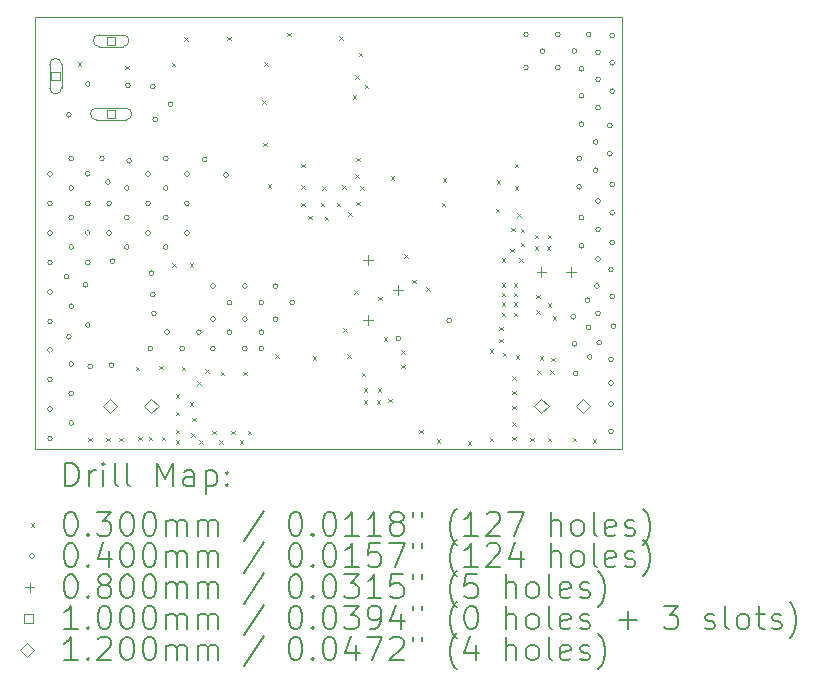
<source format=gbr>
%TF.GenerationSoftware,KiCad,Pcbnew,8.0.5*%
%TF.CreationDate,2025-01-03T23:13:27-05:00*%
%TF.ProjectId,PierogiNixiePSU,50696572-6f67-4694-9e69-786965505355,rev?*%
%TF.SameCoordinates,Original*%
%TF.FileFunction,Drillmap*%
%TF.FilePolarity,Positive*%
%FSLAX45Y45*%
G04 Gerber Fmt 4.5, Leading zero omitted, Abs format (unit mm)*
G04 Created by KiCad (PCBNEW 8.0.5) date 2025-01-03 23:13:27*
%MOMM*%
%LPD*%
G01*
G04 APERTURE LIST*
%ADD10C,0.050000*%
%ADD11C,0.200000*%
%ADD12C,0.100000*%
%ADD13C,0.120000*%
G04 APERTURE END LIST*
D10*
X2080000Y-2140000D02*
X7050000Y-2140000D01*
X7050000Y-5800000D01*
X2080000Y-5800000D01*
X2080000Y-2140000D01*
D11*
D12*
X2445000Y-2525000D02*
X2475000Y-2555000D01*
X2475000Y-2525000D02*
X2445000Y-2555000D01*
X2535000Y-5705000D02*
X2565000Y-5735000D01*
X2565000Y-5705000D02*
X2535000Y-5735000D01*
X2685000Y-5705000D02*
X2715000Y-5735000D01*
X2715000Y-5705000D02*
X2685000Y-5735000D01*
X2795000Y-5705000D02*
X2825000Y-5735000D01*
X2825000Y-5705000D02*
X2795000Y-5735000D01*
X2845000Y-2555000D02*
X2875000Y-2585000D01*
X2875000Y-2555000D02*
X2845000Y-2585000D01*
X2935000Y-5105000D02*
X2965000Y-5135000D01*
X2965000Y-5105000D02*
X2935000Y-5135000D01*
X2955000Y-5695000D02*
X2985000Y-5725000D01*
X2985000Y-5695000D02*
X2955000Y-5725000D01*
X3045000Y-5695000D02*
X3075000Y-5725000D01*
X3075000Y-5695000D02*
X3045000Y-5725000D01*
X3135000Y-5095000D02*
X3165000Y-5125000D01*
X3165000Y-5095000D02*
X3135000Y-5125000D01*
X3155000Y-5695000D02*
X3185000Y-5725000D01*
X3185000Y-5695000D02*
X3155000Y-5725000D01*
X3240050Y-2528423D02*
X3270050Y-2558423D01*
X3270050Y-2528423D02*
X3240050Y-2558423D01*
X3245000Y-4225000D02*
X3275000Y-4255000D01*
X3275000Y-4225000D02*
X3245000Y-4255000D01*
X3275000Y-5335000D02*
X3305000Y-5365000D01*
X3305000Y-5335000D02*
X3275000Y-5365000D01*
X3275000Y-5485000D02*
X3305000Y-5515000D01*
X3305000Y-5485000D02*
X3275000Y-5515000D01*
X3275000Y-5635000D02*
X3305000Y-5665000D01*
X3305000Y-5635000D02*
X3275000Y-5665000D01*
X3275000Y-5725000D02*
X3305000Y-5755000D01*
X3305000Y-5725000D02*
X3275000Y-5755000D01*
X3326057Y-5104856D02*
X3356057Y-5134856D01*
X3356057Y-5104856D02*
X3326057Y-5134856D01*
X3345000Y-2315000D02*
X3375000Y-2345000D01*
X3375000Y-2315000D02*
X3345000Y-2345000D01*
X3395000Y-4225000D02*
X3425000Y-4255000D01*
X3425000Y-4225000D02*
X3395000Y-4255000D01*
X3395000Y-5405000D02*
X3425000Y-5435000D01*
X3425000Y-5405000D02*
X3395000Y-5435000D01*
X3405000Y-5665000D02*
X3435000Y-5695000D01*
X3435000Y-5665000D02*
X3405000Y-5695000D01*
X3415000Y-5535000D02*
X3445000Y-5565000D01*
X3445000Y-5535000D02*
X3415000Y-5565000D01*
X3455000Y-5225000D02*
X3485000Y-5255000D01*
X3485000Y-5225000D02*
X3455000Y-5255000D01*
X3475000Y-5725000D02*
X3505000Y-5755000D01*
X3505000Y-5725000D02*
X3475000Y-5755000D01*
X3525000Y-5125000D02*
X3555000Y-5155000D01*
X3555000Y-5125000D02*
X3525000Y-5155000D01*
X3585000Y-5645000D02*
X3615000Y-5675000D01*
X3615000Y-5645000D02*
X3585000Y-5675000D01*
X3645000Y-5725000D02*
X3675000Y-5755000D01*
X3675000Y-5725000D02*
X3645000Y-5755000D01*
X3655000Y-5145000D02*
X3685000Y-5175000D01*
X3685000Y-5145000D02*
X3655000Y-5175000D01*
X3710929Y-2309922D02*
X3740929Y-2339922D01*
X3740929Y-2309922D02*
X3710929Y-2339922D01*
X3745000Y-5645000D02*
X3775000Y-5675000D01*
X3775000Y-5645000D02*
X3745000Y-5675000D01*
X3815000Y-5725000D02*
X3845000Y-5755000D01*
X3845000Y-5725000D02*
X3815000Y-5755000D01*
X3845000Y-5145000D02*
X3875000Y-5175000D01*
X3875000Y-5145000D02*
X3845000Y-5175000D01*
X3885000Y-5645000D02*
X3915000Y-5675000D01*
X3915000Y-5645000D02*
X3885000Y-5675000D01*
X4005651Y-2846859D02*
X4035651Y-2876859D01*
X4035651Y-2846859D02*
X4005651Y-2876859D01*
X4015000Y-3205000D02*
X4045000Y-3235000D01*
X4045000Y-3205000D02*
X4015000Y-3235000D01*
X4025000Y-2525000D02*
X4055000Y-2555000D01*
X4055000Y-2525000D02*
X4025000Y-2555000D01*
X4053078Y-3558258D02*
X4083078Y-3588258D01*
X4083078Y-3558258D02*
X4053078Y-3588258D01*
X4115000Y-4995000D02*
X4145000Y-5025000D01*
X4145000Y-4995000D02*
X4115000Y-5025000D01*
X4217377Y-2274352D02*
X4247377Y-2304352D01*
X4247377Y-2274352D02*
X4217377Y-2304352D01*
X4335000Y-3385000D02*
X4365000Y-3415000D01*
X4365000Y-3385000D02*
X4335000Y-3415000D01*
X4335000Y-3565000D02*
X4365000Y-3595000D01*
X4365000Y-3565000D02*
X4335000Y-3595000D01*
X4335000Y-3715000D02*
X4365000Y-3745000D01*
X4365000Y-3715000D02*
X4335000Y-3745000D01*
X4395000Y-3825000D02*
X4425000Y-3855000D01*
X4425000Y-3825000D02*
X4395000Y-3855000D01*
X4435000Y-5015000D02*
X4465000Y-5045000D01*
X4465000Y-5015000D02*
X4435000Y-5045000D01*
X4502384Y-3714739D02*
X4532384Y-3744739D01*
X4532384Y-3714739D02*
X4502384Y-3744739D01*
X4515000Y-3575000D02*
X4545000Y-3605000D01*
X4545000Y-3575000D02*
X4515000Y-3605000D01*
X4535000Y-3835000D02*
X4565000Y-3865000D01*
X4565000Y-3835000D02*
X4535000Y-3865000D01*
X4636383Y-3713986D02*
X4666383Y-3743986D01*
X4666383Y-3713986D02*
X4636383Y-3743986D01*
X4659461Y-2304840D02*
X4689461Y-2334840D01*
X4689461Y-2304840D02*
X4659461Y-2334840D01*
X4685000Y-3565000D02*
X4715000Y-3595000D01*
X4715000Y-3565000D02*
X4685000Y-3595000D01*
X4695000Y-4775000D02*
X4725000Y-4805000D01*
X4725000Y-4775000D02*
X4695000Y-4805000D01*
X4725000Y-4995000D02*
X4755000Y-5025000D01*
X4755000Y-4995000D02*
X4725000Y-5025000D01*
X4737258Y-3794536D02*
X4767258Y-3824536D01*
X4767258Y-3794536D02*
X4737258Y-3824536D01*
X4775000Y-2805000D02*
X4805000Y-2835000D01*
X4805000Y-2805000D02*
X4775000Y-2835000D01*
X4784315Y-4453698D02*
X4814315Y-4483698D01*
X4814315Y-4453698D02*
X4784315Y-4483698D01*
X4795000Y-2635000D02*
X4825000Y-2665000D01*
X4825000Y-2635000D02*
X4795000Y-2665000D01*
X4795000Y-3475000D02*
X4825000Y-3505000D01*
X4825000Y-3475000D02*
X4795000Y-3505000D01*
X4805000Y-3335000D02*
X4835000Y-3365000D01*
X4835000Y-3335000D02*
X4805000Y-3365000D01*
X4805000Y-3705000D02*
X4835000Y-3735000D01*
X4835000Y-3705000D02*
X4805000Y-3735000D01*
X4825000Y-2445000D02*
X4855000Y-2475000D01*
X4855000Y-2445000D02*
X4825000Y-2475000D01*
X4835000Y-3575000D02*
X4865000Y-3605000D01*
X4865000Y-3575000D02*
X4835000Y-3605000D01*
X4848680Y-5154935D02*
X4878680Y-5184935D01*
X4878680Y-5154935D02*
X4848680Y-5184935D01*
X4865000Y-5285000D02*
X4895000Y-5315000D01*
X4895000Y-5285000D02*
X4865000Y-5315000D01*
X4865000Y-5385000D02*
X4895000Y-5415000D01*
X4895000Y-5385000D02*
X4865000Y-5415000D01*
X4875000Y-2715000D02*
X4905000Y-2745000D01*
X4905000Y-2715000D02*
X4875000Y-2745000D01*
X4975000Y-5385000D02*
X5005000Y-5415000D01*
X5005000Y-5385000D02*
X4975000Y-5415000D01*
X4985000Y-5285000D02*
X5015000Y-5315000D01*
X5015000Y-5285000D02*
X4985000Y-5315000D01*
X4987440Y-4509116D02*
X5017440Y-4539116D01*
X5017440Y-4509116D02*
X4987440Y-4539116D01*
X5035000Y-4855000D02*
X5065000Y-4885000D01*
X5065000Y-4855000D02*
X5035000Y-4885000D01*
X5075000Y-5375000D02*
X5105000Y-5405000D01*
X5105000Y-5375000D02*
X5075000Y-5405000D01*
X5094282Y-3491615D02*
X5124282Y-3521615D01*
X5124282Y-3491615D02*
X5094282Y-3521615D01*
X5185000Y-4965000D02*
X5215000Y-4995000D01*
X5215000Y-4965000D02*
X5185000Y-4995000D01*
X5185000Y-5085000D02*
X5215000Y-5115000D01*
X5215000Y-5085000D02*
X5185000Y-5115000D01*
X5211155Y-4150507D02*
X5241155Y-4180507D01*
X5241155Y-4150507D02*
X5211155Y-4180507D01*
X5275000Y-4365000D02*
X5305000Y-4395000D01*
X5305000Y-4365000D02*
X5275000Y-4395000D01*
X5335000Y-5635000D02*
X5365000Y-5665000D01*
X5365000Y-5635000D02*
X5335000Y-5665000D01*
X5395780Y-4428291D02*
X5425780Y-4458291D01*
X5425780Y-4428291D02*
X5395780Y-4458291D01*
X5485000Y-5715000D02*
X5515000Y-5745000D01*
X5515000Y-5715000D02*
X5485000Y-5745000D01*
X5525000Y-3715000D02*
X5555000Y-3745000D01*
X5555000Y-3715000D02*
X5525000Y-3745000D01*
X5535000Y-3505000D02*
X5565000Y-3535000D01*
X5565000Y-3505000D02*
X5535000Y-3535000D01*
X5745000Y-5735000D02*
X5775000Y-5765000D01*
X5775000Y-5735000D02*
X5745000Y-5765000D01*
X5935000Y-4955000D02*
X5965000Y-4985000D01*
X5965000Y-4955000D02*
X5935000Y-4985000D01*
X5935000Y-5705000D02*
X5965000Y-5735000D01*
X5965000Y-5705000D02*
X5935000Y-5735000D01*
X5985000Y-3765000D02*
X6015000Y-3795000D01*
X6015000Y-3765000D02*
X5985000Y-3795000D01*
X5992000Y-3523798D02*
X6022000Y-3553798D01*
X6022000Y-3523798D02*
X5992000Y-3553798D01*
X6015000Y-4765000D02*
X6045000Y-4795000D01*
X6045000Y-4765000D02*
X6015000Y-4795000D01*
X6015000Y-4865000D02*
X6045000Y-4895000D01*
X6045000Y-4865000D02*
X6015000Y-4895000D01*
X6035000Y-4185000D02*
X6065000Y-4215000D01*
X6065000Y-4185000D02*
X6035000Y-4215000D01*
X6035000Y-4395000D02*
X6065000Y-4425000D01*
X6065000Y-4395000D02*
X6035000Y-4425000D01*
X6035000Y-4475000D02*
X6065000Y-4505000D01*
X6065000Y-4475000D02*
X6035000Y-4505000D01*
X6035000Y-4555000D02*
X6065000Y-4585000D01*
X6065000Y-4555000D02*
X6035000Y-4585000D01*
X6035000Y-4645000D02*
X6065000Y-4675000D01*
X6065000Y-4645000D02*
X6035000Y-4675000D01*
X6045000Y-4985000D02*
X6075000Y-5015000D01*
X6075000Y-4985000D02*
X6045000Y-5015000D01*
X6105000Y-4105000D02*
X6135000Y-4135000D01*
X6135000Y-4105000D02*
X6105000Y-4135000D01*
X6115000Y-3925000D02*
X6145000Y-3955000D01*
X6145000Y-3925000D02*
X6115000Y-3955000D01*
X6125000Y-5185000D02*
X6155000Y-5215000D01*
X6155000Y-5185000D02*
X6125000Y-5215000D01*
X6125000Y-5305000D02*
X6155000Y-5335000D01*
X6155000Y-5305000D02*
X6125000Y-5335000D01*
X6125000Y-5435000D02*
X6155000Y-5465000D01*
X6155000Y-5435000D02*
X6125000Y-5465000D01*
X6125000Y-5575000D02*
X6155000Y-5605000D01*
X6155000Y-5575000D02*
X6125000Y-5605000D01*
X6125000Y-5695000D02*
X6155000Y-5725000D01*
X6155000Y-5695000D02*
X6125000Y-5725000D01*
X6135000Y-4395000D02*
X6165000Y-4425000D01*
X6165000Y-4395000D02*
X6135000Y-4425000D01*
X6135000Y-4475000D02*
X6165000Y-4505000D01*
X6165000Y-4475000D02*
X6135000Y-4505000D01*
X6135000Y-4555000D02*
X6165000Y-4585000D01*
X6165000Y-4555000D02*
X6135000Y-4585000D01*
X6135000Y-4645000D02*
X6165000Y-4675000D01*
X6165000Y-4645000D02*
X6135000Y-4675000D01*
X6145000Y-3385000D02*
X6175000Y-3415000D01*
X6175000Y-3385000D02*
X6145000Y-3415000D01*
X6145000Y-3575000D02*
X6175000Y-3605000D01*
X6175000Y-3575000D02*
X6145000Y-3605000D01*
X6155000Y-5005000D02*
X6185000Y-5035000D01*
X6185000Y-5005000D02*
X6155000Y-5035000D01*
X6165000Y-3805000D02*
X6195000Y-3835000D01*
X6195000Y-3805000D02*
X6165000Y-3835000D01*
X6185000Y-4185000D02*
X6215000Y-4215000D01*
X6215000Y-4185000D02*
X6185000Y-4215000D01*
X6195000Y-3935000D02*
X6225000Y-3965000D01*
X6225000Y-3935000D02*
X6195000Y-3965000D01*
X6195000Y-4055000D02*
X6225000Y-4085000D01*
X6225000Y-4055000D02*
X6195000Y-4085000D01*
X6275000Y-5705000D02*
X6305000Y-5735000D01*
X6305000Y-5705000D02*
X6275000Y-5735000D01*
X6315000Y-3985000D02*
X6345000Y-4015000D01*
X6345000Y-3985000D02*
X6315000Y-4015000D01*
X6315000Y-4085000D02*
X6345000Y-4115000D01*
X6345000Y-4085000D02*
X6315000Y-4115000D01*
X6325000Y-4495000D02*
X6355000Y-4525000D01*
X6355000Y-4495000D02*
X6325000Y-4525000D01*
X6325000Y-4625000D02*
X6355000Y-4655000D01*
X6355000Y-4625000D02*
X6325000Y-4655000D01*
X6335000Y-5135000D02*
X6365000Y-5165000D01*
X6365000Y-5135000D02*
X6335000Y-5165000D01*
X6355000Y-5015000D02*
X6385000Y-5045000D01*
X6385000Y-5015000D02*
X6355000Y-5045000D01*
X6415000Y-4085000D02*
X6445000Y-4115000D01*
X6445000Y-4085000D02*
X6415000Y-4115000D01*
X6425000Y-3985000D02*
X6455000Y-4015000D01*
X6455000Y-3985000D02*
X6425000Y-4015000D01*
X6425000Y-4565000D02*
X6455000Y-4595000D01*
X6455000Y-4565000D02*
X6425000Y-4595000D01*
X6425000Y-5705000D02*
X6455000Y-5735000D01*
X6455000Y-5705000D02*
X6425000Y-5735000D01*
X6445000Y-5135000D02*
X6475000Y-5165000D01*
X6475000Y-5135000D02*
X6445000Y-5165000D01*
X6455000Y-5025000D02*
X6485000Y-5055000D01*
X6485000Y-5025000D02*
X6455000Y-5055000D01*
X6465000Y-4675000D02*
X6495000Y-4705000D01*
X6495000Y-4675000D02*
X6465000Y-4705000D01*
X6635000Y-5705000D02*
X6665000Y-5735000D01*
X6665000Y-5705000D02*
X6635000Y-5735000D01*
X6805000Y-5715000D02*
X6835000Y-5745000D01*
X6835000Y-5715000D02*
X6805000Y-5745000D01*
X2230000Y-3470000D02*
G75*
G02*
X2190000Y-3470000I-20000J0D01*
G01*
X2190000Y-3470000D02*
G75*
G02*
X2230000Y-3470000I20000J0D01*
G01*
X2230000Y-3720000D02*
G75*
G02*
X2190000Y-3720000I-20000J0D01*
G01*
X2190000Y-3720000D02*
G75*
G02*
X2230000Y-3720000I20000J0D01*
G01*
X2230000Y-3970000D02*
G75*
G02*
X2190000Y-3970000I-20000J0D01*
G01*
X2190000Y-3970000D02*
G75*
G02*
X2230000Y-3970000I20000J0D01*
G01*
X2230000Y-4220000D02*
G75*
G02*
X2190000Y-4220000I-20000J0D01*
G01*
X2190000Y-4220000D02*
G75*
G02*
X2230000Y-4220000I20000J0D01*
G01*
X2230000Y-4470000D02*
G75*
G02*
X2190000Y-4470000I-20000J0D01*
G01*
X2190000Y-4470000D02*
G75*
G02*
X2230000Y-4470000I20000J0D01*
G01*
X2230000Y-4720000D02*
G75*
G02*
X2190000Y-4720000I-20000J0D01*
G01*
X2190000Y-4720000D02*
G75*
G02*
X2230000Y-4720000I20000J0D01*
G01*
X2230000Y-4960000D02*
G75*
G02*
X2190000Y-4960000I-20000J0D01*
G01*
X2190000Y-4960000D02*
G75*
G02*
X2230000Y-4960000I20000J0D01*
G01*
X2230000Y-5210000D02*
G75*
G02*
X2190000Y-5210000I-20000J0D01*
G01*
X2190000Y-5210000D02*
G75*
G02*
X2230000Y-5210000I20000J0D01*
G01*
X2230000Y-5460000D02*
G75*
G02*
X2190000Y-5460000I-20000J0D01*
G01*
X2190000Y-5460000D02*
G75*
G02*
X2230000Y-5460000I20000J0D01*
G01*
X2230000Y-5710000D02*
G75*
G02*
X2190000Y-5710000I-20000J0D01*
G01*
X2190000Y-5710000D02*
G75*
G02*
X2230000Y-5710000I20000J0D01*
G01*
X2370000Y-4340000D02*
G75*
G02*
X2330000Y-4340000I-20000J0D01*
G01*
X2330000Y-4340000D02*
G75*
G02*
X2370000Y-4340000I20000J0D01*
G01*
X2390000Y-2970000D02*
G75*
G02*
X2350000Y-2970000I-20000J0D01*
G01*
X2350000Y-2970000D02*
G75*
G02*
X2390000Y-2970000I20000J0D01*
G01*
X2390000Y-4850000D02*
G75*
G02*
X2350000Y-4850000I-20000J0D01*
G01*
X2350000Y-4850000D02*
G75*
G02*
X2390000Y-4850000I20000J0D01*
G01*
X2410000Y-3340000D02*
G75*
G02*
X2370000Y-3340000I-20000J0D01*
G01*
X2370000Y-3340000D02*
G75*
G02*
X2410000Y-3340000I20000J0D01*
G01*
X2410000Y-3590000D02*
G75*
G02*
X2370000Y-3590000I-20000J0D01*
G01*
X2370000Y-3590000D02*
G75*
G02*
X2410000Y-3590000I20000J0D01*
G01*
X2410000Y-3840000D02*
G75*
G02*
X2370000Y-3840000I-20000J0D01*
G01*
X2370000Y-3840000D02*
G75*
G02*
X2410000Y-3840000I20000J0D01*
G01*
X2410000Y-4090000D02*
G75*
G02*
X2370000Y-4090000I-20000J0D01*
G01*
X2370000Y-4090000D02*
G75*
G02*
X2410000Y-4090000I20000J0D01*
G01*
X2410000Y-4590000D02*
G75*
G02*
X2370000Y-4590000I-20000J0D01*
G01*
X2370000Y-4590000D02*
G75*
G02*
X2410000Y-4590000I20000J0D01*
G01*
X2410000Y-5080000D02*
G75*
G02*
X2370000Y-5080000I-20000J0D01*
G01*
X2370000Y-5080000D02*
G75*
G02*
X2410000Y-5080000I20000J0D01*
G01*
X2410000Y-5330000D02*
G75*
G02*
X2370000Y-5330000I-20000J0D01*
G01*
X2370000Y-5330000D02*
G75*
G02*
X2410000Y-5330000I20000J0D01*
G01*
X2410000Y-5580000D02*
G75*
G02*
X2370000Y-5580000I-20000J0D01*
G01*
X2370000Y-5580000D02*
G75*
G02*
X2410000Y-5580000I20000J0D01*
G01*
X2530000Y-4410000D02*
G75*
G02*
X2490000Y-4410000I-20000J0D01*
G01*
X2490000Y-4410000D02*
G75*
G02*
X2530000Y-4410000I20000J0D01*
G01*
X2550000Y-2710000D02*
G75*
G02*
X2510000Y-2710000I-20000J0D01*
G01*
X2510000Y-2710000D02*
G75*
G02*
X2550000Y-2710000I20000J0D01*
G01*
X2550000Y-3470000D02*
G75*
G02*
X2510000Y-3470000I-20000J0D01*
G01*
X2510000Y-3470000D02*
G75*
G02*
X2550000Y-3470000I20000J0D01*
G01*
X2550000Y-3720000D02*
G75*
G02*
X2510000Y-3720000I-20000J0D01*
G01*
X2510000Y-3720000D02*
G75*
G02*
X2550000Y-3720000I20000J0D01*
G01*
X2550000Y-3970000D02*
G75*
G02*
X2510000Y-3970000I-20000J0D01*
G01*
X2510000Y-3970000D02*
G75*
G02*
X2550000Y-3970000I20000J0D01*
G01*
X2550000Y-4220000D02*
G75*
G02*
X2510000Y-4220000I-20000J0D01*
G01*
X2510000Y-4220000D02*
G75*
G02*
X2550000Y-4220000I20000J0D01*
G01*
X2550000Y-4750000D02*
G75*
G02*
X2510000Y-4750000I-20000J0D01*
G01*
X2510000Y-4750000D02*
G75*
G02*
X2550000Y-4750000I20000J0D01*
G01*
X2570000Y-5100000D02*
G75*
G02*
X2530000Y-5100000I-20000J0D01*
G01*
X2530000Y-5100000D02*
G75*
G02*
X2570000Y-5100000I20000J0D01*
G01*
X2670000Y-3340000D02*
G75*
G02*
X2630000Y-3340000I-20000J0D01*
G01*
X2630000Y-3340000D02*
G75*
G02*
X2670000Y-3340000I20000J0D01*
G01*
X2720000Y-3540000D02*
G75*
G02*
X2680000Y-3540000I-20000J0D01*
G01*
X2680000Y-3540000D02*
G75*
G02*
X2720000Y-3540000I20000J0D01*
G01*
X2730000Y-3720000D02*
G75*
G02*
X2690000Y-3720000I-20000J0D01*
G01*
X2690000Y-3720000D02*
G75*
G02*
X2730000Y-3720000I20000J0D01*
G01*
X2730000Y-3970000D02*
G75*
G02*
X2690000Y-3970000I-20000J0D01*
G01*
X2690000Y-3970000D02*
G75*
G02*
X2730000Y-3970000I20000J0D01*
G01*
X2750000Y-5090000D02*
G75*
G02*
X2710000Y-5090000I-20000J0D01*
G01*
X2710000Y-5090000D02*
G75*
G02*
X2750000Y-5090000I20000J0D01*
G01*
X2760000Y-4210000D02*
G75*
G02*
X2720000Y-4210000I-20000J0D01*
G01*
X2720000Y-4210000D02*
G75*
G02*
X2760000Y-4210000I20000J0D01*
G01*
X2880000Y-3590000D02*
G75*
G02*
X2840000Y-3590000I-20000J0D01*
G01*
X2840000Y-3590000D02*
G75*
G02*
X2880000Y-3590000I20000J0D01*
G01*
X2880000Y-3840000D02*
G75*
G02*
X2840000Y-3840000I-20000J0D01*
G01*
X2840000Y-3840000D02*
G75*
G02*
X2880000Y-3840000I20000J0D01*
G01*
X2880000Y-4090000D02*
G75*
G02*
X2840000Y-4090000I-20000J0D01*
G01*
X2840000Y-4090000D02*
G75*
G02*
X2880000Y-4090000I20000J0D01*
G01*
X2890000Y-2720000D02*
G75*
G02*
X2850000Y-2720000I-20000J0D01*
G01*
X2850000Y-2720000D02*
G75*
G02*
X2890000Y-2720000I20000J0D01*
G01*
X2900000Y-3360000D02*
G75*
G02*
X2860000Y-3360000I-20000J0D01*
G01*
X2860000Y-3360000D02*
G75*
G02*
X2900000Y-3360000I20000J0D01*
G01*
X3060000Y-3470000D02*
G75*
G02*
X3020000Y-3470000I-20000J0D01*
G01*
X3020000Y-3470000D02*
G75*
G02*
X3060000Y-3470000I20000J0D01*
G01*
X3060000Y-3720000D02*
G75*
G02*
X3020000Y-3720000I-20000J0D01*
G01*
X3020000Y-3720000D02*
G75*
G02*
X3060000Y-3720000I20000J0D01*
G01*
X3060000Y-3970000D02*
G75*
G02*
X3020000Y-3970000I-20000J0D01*
G01*
X3020000Y-3970000D02*
G75*
G02*
X3060000Y-3970000I20000J0D01*
G01*
X3080000Y-4950000D02*
G75*
G02*
X3040000Y-4950000I-20000J0D01*
G01*
X3040000Y-4950000D02*
G75*
G02*
X3080000Y-4950000I20000J0D01*
G01*
X3090000Y-4310000D02*
G75*
G02*
X3050000Y-4310000I-20000J0D01*
G01*
X3050000Y-4310000D02*
G75*
G02*
X3090000Y-4310000I20000J0D01*
G01*
X3100000Y-2730000D02*
G75*
G02*
X3060000Y-2730000I-20000J0D01*
G01*
X3060000Y-2730000D02*
G75*
G02*
X3100000Y-2730000I20000J0D01*
G01*
X3100000Y-4490000D02*
G75*
G02*
X3060000Y-4490000I-20000J0D01*
G01*
X3060000Y-4490000D02*
G75*
G02*
X3100000Y-4490000I20000J0D01*
G01*
X3110000Y-4650000D02*
G75*
G02*
X3070000Y-4650000I-20000J0D01*
G01*
X3070000Y-4650000D02*
G75*
G02*
X3110000Y-4650000I20000J0D01*
G01*
X3120000Y-3010000D02*
G75*
G02*
X3080000Y-3010000I-20000J0D01*
G01*
X3080000Y-3010000D02*
G75*
G02*
X3120000Y-3010000I20000J0D01*
G01*
X3210000Y-3340000D02*
G75*
G02*
X3170000Y-3340000I-20000J0D01*
G01*
X3170000Y-3340000D02*
G75*
G02*
X3210000Y-3340000I20000J0D01*
G01*
X3210000Y-3590000D02*
G75*
G02*
X3170000Y-3590000I-20000J0D01*
G01*
X3170000Y-3590000D02*
G75*
G02*
X3210000Y-3590000I20000J0D01*
G01*
X3210000Y-3840000D02*
G75*
G02*
X3170000Y-3840000I-20000J0D01*
G01*
X3170000Y-3840000D02*
G75*
G02*
X3210000Y-3840000I20000J0D01*
G01*
X3210000Y-4090000D02*
G75*
G02*
X3170000Y-4090000I-20000J0D01*
G01*
X3170000Y-4090000D02*
G75*
G02*
X3210000Y-4090000I20000J0D01*
G01*
X3220000Y-4810000D02*
G75*
G02*
X3180000Y-4810000I-20000J0D01*
G01*
X3180000Y-4810000D02*
G75*
G02*
X3220000Y-4810000I20000J0D01*
G01*
X3250000Y-2880000D02*
G75*
G02*
X3210000Y-2880000I-20000J0D01*
G01*
X3210000Y-2880000D02*
G75*
G02*
X3250000Y-2880000I20000J0D01*
G01*
X3350000Y-4950000D02*
G75*
G02*
X3310000Y-4950000I-20000J0D01*
G01*
X3310000Y-4950000D02*
G75*
G02*
X3350000Y-4950000I20000J0D01*
G01*
X3390000Y-3470000D02*
G75*
G02*
X3350000Y-3470000I-20000J0D01*
G01*
X3350000Y-3470000D02*
G75*
G02*
X3390000Y-3470000I20000J0D01*
G01*
X3390000Y-3720000D02*
G75*
G02*
X3350000Y-3720000I-20000J0D01*
G01*
X3350000Y-3720000D02*
G75*
G02*
X3390000Y-3720000I20000J0D01*
G01*
X3390000Y-3970000D02*
G75*
G02*
X3350000Y-3970000I-20000J0D01*
G01*
X3350000Y-3970000D02*
G75*
G02*
X3390000Y-3970000I20000J0D01*
G01*
X3490000Y-4810000D02*
G75*
G02*
X3450000Y-4810000I-20000J0D01*
G01*
X3450000Y-4810000D02*
G75*
G02*
X3490000Y-4810000I20000J0D01*
G01*
X3540000Y-3350000D02*
G75*
G02*
X3500000Y-3350000I-20000J0D01*
G01*
X3500000Y-3350000D02*
G75*
G02*
X3540000Y-3350000I20000J0D01*
G01*
X3610000Y-4420000D02*
G75*
G02*
X3570000Y-4420000I-20000J0D01*
G01*
X3570000Y-4420000D02*
G75*
G02*
X3610000Y-4420000I20000J0D01*
G01*
X3610000Y-4700000D02*
G75*
G02*
X3570000Y-4700000I-20000J0D01*
G01*
X3570000Y-4700000D02*
G75*
G02*
X3610000Y-4700000I20000J0D01*
G01*
X3610000Y-4950000D02*
G75*
G02*
X3570000Y-4950000I-20000J0D01*
G01*
X3570000Y-4950000D02*
G75*
G02*
X3610000Y-4950000I20000J0D01*
G01*
X3720000Y-3480000D02*
G75*
G02*
X3680000Y-3480000I-20000J0D01*
G01*
X3680000Y-3480000D02*
G75*
G02*
X3720000Y-3480000I20000J0D01*
G01*
X3750000Y-4560000D02*
G75*
G02*
X3710000Y-4560000I-20000J0D01*
G01*
X3710000Y-4560000D02*
G75*
G02*
X3750000Y-4560000I20000J0D01*
G01*
X3750000Y-4810000D02*
G75*
G02*
X3710000Y-4810000I-20000J0D01*
G01*
X3710000Y-4810000D02*
G75*
G02*
X3750000Y-4810000I20000J0D01*
G01*
X3880000Y-4420000D02*
G75*
G02*
X3840000Y-4420000I-20000J0D01*
G01*
X3840000Y-4420000D02*
G75*
G02*
X3880000Y-4420000I20000J0D01*
G01*
X3880000Y-4700000D02*
G75*
G02*
X3840000Y-4700000I-20000J0D01*
G01*
X3840000Y-4700000D02*
G75*
G02*
X3880000Y-4700000I20000J0D01*
G01*
X3880000Y-4950000D02*
G75*
G02*
X3840000Y-4950000I-20000J0D01*
G01*
X3840000Y-4950000D02*
G75*
G02*
X3880000Y-4950000I20000J0D01*
G01*
X4020000Y-4560000D02*
G75*
G02*
X3980000Y-4560000I-20000J0D01*
G01*
X3980000Y-4560000D02*
G75*
G02*
X4020000Y-4560000I20000J0D01*
G01*
X4020000Y-4810000D02*
G75*
G02*
X3980000Y-4810000I-20000J0D01*
G01*
X3980000Y-4810000D02*
G75*
G02*
X4020000Y-4810000I20000J0D01*
G01*
X4020000Y-4950000D02*
G75*
G02*
X3980000Y-4950000I-20000J0D01*
G01*
X3980000Y-4950000D02*
G75*
G02*
X4020000Y-4950000I20000J0D01*
G01*
X4140000Y-4420000D02*
G75*
G02*
X4100000Y-4420000I-20000J0D01*
G01*
X4100000Y-4420000D02*
G75*
G02*
X4140000Y-4420000I20000J0D01*
G01*
X4140000Y-4700000D02*
G75*
G02*
X4100000Y-4700000I-20000J0D01*
G01*
X4100000Y-4700000D02*
G75*
G02*
X4140000Y-4700000I20000J0D01*
G01*
X4280000Y-4560000D02*
G75*
G02*
X4240000Y-4560000I-20000J0D01*
G01*
X4240000Y-4560000D02*
G75*
G02*
X4280000Y-4560000I20000J0D01*
G01*
X5180000Y-4865000D02*
G75*
G02*
X5140000Y-4865000I-20000J0D01*
G01*
X5140000Y-4865000D02*
G75*
G02*
X5180000Y-4865000I20000J0D01*
G01*
X5610000Y-4710000D02*
G75*
G02*
X5570000Y-4710000I-20000J0D01*
G01*
X5570000Y-4710000D02*
G75*
G02*
X5610000Y-4710000I20000J0D01*
G01*
X6260000Y-2290000D02*
G75*
G02*
X6220000Y-2290000I-20000J0D01*
G01*
X6220000Y-2290000D02*
G75*
G02*
X6260000Y-2290000I20000J0D01*
G01*
X6260000Y-2570000D02*
G75*
G02*
X6220000Y-2570000I-20000J0D01*
G01*
X6220000Y-2570000D02*
G75*
G02*
X6260000Y-2570000I20000J0D01*
G01*
X6400000Y-2430000D02*
G75*
G02*
X6360000Y-2430000I-20000J0D01*
G01*
X6360000Y-2430000D02*
G75*
G02*
X6400000Y-2430000I20000J0D01*
G01*
X6530000Y-2290000D02*
G75*
G02*
X6490000Y-2290000I-20000J0D01*
G01*
X6490000Y-2290000D02*
G75*
G02*
X6530000Y-2290000I20000J0D01*
G01*
X6530000Y-2570000D02*
G75*
G02*
X6490000Y-2570000I-20000J0D01*
G01*
X6490000Y-2570000D02*
G75*
G02*
X6530000Y-2570000I20000J0D01*
G01*
X6660000Y-4680000D02*
G75*
G02*
X6620000Y-4680000I-20000J0D01*
G01*
X6620000Y-4680000D02*
G75*
G02*
X6660000Y-4680000I20000J0D01*
G01*
X6670000Y-2430000D02*
G75*
G02*
X6630000Y-2430000I-20000J0D01*
G01*
X6630000Y-2430000D02*
G75*
G02*
X6670000Y-2430000I20000J0D01*
G01*
X6670000Y-4910000D02*
G75*
G02*
X6630000Y-4910000I-20000J0D01*
G01*
X6630000Y-4910000D02*
G75*
G02*
X6670000Y-4910000I20000J0D01*
G01*
X6680000Y-5160000D02*
G75*
G02*
X6640000Y-5160000I-20000J0D01*
G01*
X6640000Y-5160000D02*
G75*
G02*
X6680000Y-5160000I20000J0D01*
G01*
X6710000Y-3340000D02*
G75*
G02*
X6670000Y-3340000I-20000J0D01*
G01*
X6670000Y-3340000D02*
G75*
G02*
X6710000Y-3340000I20000J0D01*
G01*
X6710000Y-3580000D02*
G75*
G02*
X6670000Y-3580000I-20000J0D01*
G01*
X6670000Y-3580000D02*
G75*
G02*
X6710000Y-3580000I20000J0D01*
G01*
X6730000Y-2580000D02*
G75*
G02*
X6690000Y-2580000I-20000J0D01*
G01*
X6690000Y-2580000D02*
G75*
G02*
X6730000Y-2580000I20000J0D01*
G01*
X6730000Y-2810000D02*
G75*
G02*
X6690000Y-2810000I-20000J0D01*
G01*
X6690000Y-2810000D02*
G75*
G02*
X6730000Y-2810000I20000J0D01*
G01*
X6730000Y-3050000D02*
G75*
G02*
X6690000Y-3050000I-20000J0D01*
G01*
X6690000Y-3050000D02*
G75*
G02*
X6730000Y-3050000I20000J0D01*
G01*
X6730000Y-3840000D02*
G75*
G02*
X6690000Y-3840000I-20000J0D01*
G01*
X6690000Y-3840000D02*
G75*
G02*
X6730000Y-3840000I20000J0D01*
G01*
X6730000Y-4080000D02*
G75*
G02*
X6690000Y-4080000I-20000J0D01*
G01*
X6690000Y-4080000D02*
G75*
G02*
X6730000Y-4080000I20000J0D01*
G01*
X6780000Y-4540000D02*
G75*
G02*
X6740000Y-4540000I-20000J0D01*
G01*
X6740000Y-4540000D02*
G75*
G02*
X6780000Y-4540000I20000J0D01*
G01*
X6790000Y-2290000D02*
G75*
G02*
X6750000Y-2290000I-20000J0D01*
G01*
X6750000Y-2290000D02*
G75*
G02*
X6790000Y-2290000I20000J0D01*
G01*
X6790000Y-4770000D02*
G75*
G02*
X6750000Y-4770000I-20000J0D01*
G01*
X6750000Y-4770000D02*
G75*
G02*
X6790000Y-4770000I20000J0D01*
G01*
X6800000Y-5020000D02*
G75*
G02*
X6760000Y-5020000I-20000J0D01*
G01*
X6760000Y-5020000D02*
G75*
G02*
X6800000Y-5020000I20000J0D01*
G01*
X6850000Y-3200000D02*
G75*
G02*
X6810000Y-3200000I-20000J0D01*
G01*
X6810000Y-3200000D02*
G75*
G02*
X6850000Y-3200000I20000J0D01*
G01*
X6850000Y-3440000D02*
G75*
G02*
X6810000Y-3440000I-20000J0D01*
G01*
X6810000Y-3440000D02*
G75*
G02*
X6850000Y-3440000I20000J0D01*
G01*
X6860000Y-4420000D02*
G75*
G02*
X6820000Y-4420000I-20000J0D01*
G01*
X6820000Y-4420000D02*
G75*
G02*
X6860000Y-4420000I20000J0D01*
G01*
X6870000Y-2440000D02*
G75*
G02*
X6830000Y-2440000I-20000J0D01*
G01*
X6830000Y-2440000D02*
G75*
G02*
X6870000Y-2440000I20000J0D01*
G01*
X6870000Y-2670000D02*
G75*
G02*
X6830000Y-2670000I-20000J0D01*
G01*
X6830000Y-2670000D02*
G75*
G02*
X6870000Y-2670000I20000J0D01*
G01*
X6870000Y-2910000D02*
G75*
G02*
X6830000Y-2910000I-20000J0D01*
G01*
X6830000Y-2910000D02*
G75*
G02*
X6870000Y-2910000I20000J0D01*
G01*
X6870000Y-3700000D02*
G75*
G02*
X6830000Y-3700000I-20000J0D01*
G01*
X6830000Y-3700000D02*
G75*
G02*
X6870000Y-3700000I20000J0D01*
G01*
X6870000Y-3940000D02*
G75*
G02*
X6830000Y-3940000I-20000J0D01*
G01*
X6830000Y-3940000D02*
G75*
G02*
X6870000Y-3940000I20000J0D01*
G01*
X6870000Y-4190000D02*
G75*
G02*
X6830000Y-4190000I-20000J0D01*
G01*
X6830000Y-4190000D02*
G75*
G02*
X6870000Y-4190000I20000J0D01*
G01*
X6870000Y-4650000D02*
G75*
G02*
X6830000Y-4650000I-20000J0D01*
G01*
X6830000Y-4650000D02*
G75*
G02*
X6870000Y-4650000I20000J0D01*
G01*
X6880000Y-4900000D02*
G75*
G02*
X6840000Y-4900000I-20000J0D01*
G01*
X6840000Y-4900000D02*
G75*
G02*
X6880000Y-4900000I20000J0D01*
G01*
X6970000Y-3060000D02*
G75*
G02*
X6930000Y-3060000I-20000J0D01*
G01*
X6930000Y-3060000D02*
G75*
G02*
X6970000Y-3060000I20000J0D01*
G01*
X6970000Y-3300000D02*
G75*
G02*
X6930000Y-3300000I-20000J0D01*
G01*
X6930000Y-3300000D02*
G75*
G02*
X6970000Y-3300000I20000J0D01*
G01*
X6980000Y-4280000D02*
G75*
G02*
X6940000Y-4280000I-20000J0D01*
G01*
X6940000Y-4280000D02*
G75*
G02*
X6980000Y-4280000I20000J0D01*
G01*
X6980000Y-5040000D02*
G75*
G02*
X6940000Y-5040000I-20000J0D01*
G01*
X6940000Y-5040000D02*
G75*
G02*
X6980000Y-5040000I20000J0D01*
G01*
X6980000Y-5240000D02*
G75*
G02*
X6940000Y-5240000I-20000J0D01*
G01*
X6940000Y-5240000D02*
G75*
G02*
X6980000Y-5240000I20000J0D01*
G01*
X6980000Y-5420000D02*
G75*
G02*
X6940000Y-5420000I-20000J0D01*
G01*
X6940000Y-5420000D02*
G75*
G02*
X6980000Y-5420000I20000J0D01*
G01*
X6980000Y-5650000D02*
G75*
G02*
X6940000Y-5650000I-20000J0D01*
G01*
X6940000Y-5650000D02*
G75*
G02*
X6980000Y-5650000I20000J0D01*
G01*
X6990000Y-2300000D02*
G75*
G02*
X6950000Y-2300000I-20000J0D01*
G01*
X6950000Y-2300000D02*
G75*
G02*
X6990000Y-2300000I20000J0D01*
G01*
X6990000Y-2530000D02*
G75*
G02*
X6950000Y-2530000I-20000J0D01*
G01*
X6950000Y-2530000D02*
G75*
G02*
X6990000Y-2530000I20000J0D01*
G01*
X6990000Y-2770000D02*
G75*
G02*
X6950000Y-2770000I-20000J0D01*
G01*
X6950000Y-2770000D02*
G75*
G02*
X6990000Y-2770000I20000J0D01*
G01*
X6990000Y-3560000D02*
G75*
G02*
X6950000Y-3560000I-20000J0D01*
G01*
X6950000Y-3560000D02*
G75*
G02*
X6990000Y-3560000I20000J0D01*
G01*
X6990000Y-3800000D02*
G75*
G02*
X6950000Y-3800000I-20000J0D01*
G01*
X6950000Y-3800000D02*
G75*
G02*
X6990000Y-3800000I20000J0D01*
G01*
X6990000Y-4050000D02*
G75*
G02*
X6950000Y-4050000I-20000J0D01*
G01*
X6950000Y-4050000D02*
G75*
G02*
X6990000Y-4050000I20000J0D01*
G01*
X6990000Y-4510000D02*
G75*
G02*
X6950000Y-4510000I-20000J0D01*
G01*
X6950000Y-4510000D02*
G75*
G02*
X6990000Y-4510000I20000J0D01*
G01*
X7000000Y-4760000D02*
G75*
G02*
X6960000Y-4760000I-20000J0D01*
G01*
X6960000Y-4760000D02*
G75*
G02*
X7000000Y-4760000I20000J0D01*
G01*
X4903500Y-4160500D02*
X4903500Y-4240500D01*
X4863500Y-4200500D02*
X4943500Y-4200500D01*
X4903500Y-4668500D02*
X4903500Y-4748500D01*
X4863500Y-4708500D02*
X4943500Y-4708500D01*
X5157500Y-4414500D02*
X5157500Y-4494500D01*
X5117500Y-4454500D02*
X5197500Y-4454500D01*
X6370976Y-4262500D02*
X6370976Y-4342500D01*
X6330976Y-4302500D02*
X6410976Y-4302500D01*
X6620976Y-4262500D02*
X6620976Y-4342500D01*
X6580976Y-4302500D02*
X6660976Y-4302500D01*
X2292856Y-2677856D02*
X2292856Y-2607144D01*
X2222144Y-2607144D01*
X2222144Y-2677856D01*
X2292856Y-2677856D01*
X2207500Y-2542500D02*
X2207500Y-2742500D01*
X2307500Y-2742500D02*
G75*
G02*
X2207500Y-2742500I-50000J0D01*
G01*
X2307500Y-2742500D02*
X2307500Y-2542500D01*
X2307500Y-2542500D02*
G75*
G03*
X2207500Y-2542500I-50000J0D01*
G01*
X2762856Y-2377856D02*
X2762856Y-2307144D01*
X2692144Y-2307144D01*
X2692144Y-2377856D01*
X2762856Y-2377856D01*
X2827500Y-2292500D02*
X2627500Y-2292500D01*
X2627500Y-2392500D02*
G75*
G02*
X2627500Y-2292500I0J50000D01*
G01*
X2627500Y-2392500D02*
X2827500Y-2392500D01*
X2827500Y-2392500D02*
G75*
G03*
X2827500Y-2292500I0J50000D01*
G01*
X2762856Y-2997856D02*
X2762856Y-2927144D01*
X2692144Y-2927144D01*
X2692144Y-2997856D01*
X2762856Y-2997856D01*
X2852500Y-2912500D02*
X2602500Y-2912500D01*
X2602500Y-3012500D02*
G75*
G02*
X2602500Y-2912500I0J50000D01*
G01*
X2602500Y-3012500D02*
X2852500Y-3012500D01*
X2852500Y-3012500D02*
G75*
G03*
X2852500Y-2912500I0J50000D01*
G01*
D13*
X2719000Y-5494000D02*
X2779000Y-5434000D01*
X2719000Y-5374000D01*
X2659000Y-5434000D01*
X2719000Y-5494000D01*
X3069000Y-5494000D02*
X3129000Y-5434000D01*
X3069000Y-5374000D01*
X3009000Y-5434000D01*
X3069000Y-5494000D01*
X6371000Y-5494000D02*
X6431000Y-5434000D01*
X6371000Y-5374000D01*
X6311000Y-5434000D01*
X6371000Y-5494000D01*
X6721000Y-5494000D02*
X6781000Y-5434000D01*
X6721000Y-5374000D01*
X6661000Y-5434000D01*
X6721000Y-5494000D01*
D11*
X2338277Y-6113984D02*
X2338277Y-5913984D01*
X2338277Y-5913984D02*
X2385896Y-5913984D01*
X2385896Y-5913984D02*
X2414467Y-5923508D01*
X2414467Y-5923508D02*
X2433515Y-5942555D01*
X2433515Y-5942555D02*
X2443039Y-5961603D01*
X2443039Y-5961603D02*
X2452563Y-5999698D01*
X2452563Y-5999698D02*
X2452563Y-6028269D01*
X2452563Y-6028269D02*
X2443039Y-6066365D01*
X2443039Y-6066365D02*
X2433515Y-6085412D01*
X2433515Y-6085412D02*
X2414467Y-6104460D01*
X2414467Y-6104460D02*
X2385896Y-6113984D01*
X2385896Y-6113984D02*
X2338277Y-6113984D01*
X2538277Y-6113984D02*
X2538277Y-5980650D01*
X2538277Y-6018746D02*
X2547801Y-5999698D01*
X2547801Y-5999698D02*
X2557324Y-5990174D01*
X2557324Y-5990174D02*
X2576372Y-5980650D01*
X2576372Y-5980650D02*
X2595420Y-5980650D01*
X2662086Y-6113984D02*
X2662086Y-5980650D01*
X2662086Y-5913984D02*
X2652563Y-5923508D01*
X2652563Y-5923508D02*
X2662086Y-5933031D01*
X2662086Y-5933031D02*
X2671610Y-5923508D01*
X2671610Y-5923508D02*
X2662086Y-5913984D01*
X2662086Y-5913984D02*
X2662086Y-5933031D01*
X2785896Y-6113984D02*
X2766848Y-6104460D01*
X2766848Y-6104460D02*
X2757324Y-6085412D01*
X2757324Y-6085412D02*
X2757324Y-5913984D01*
X2890658Y-6113984D02*
X2871610Y-6104460D01*
X2871610Y-6104460D02*
X2862086Y-6085412D01*
X2862086Y-6085412D02*
X2862086Y-5913984D01*
X3119229Y-6113984D02*
X3119229Y-5913984D01*
X3119229Y-5913984D02*
X3185896Y-6056841D01*
X3185896Y-6056841D02*
X3252562Y-5913984D01*
X3252562Y-5913984D02*
X3252562Y-6113984D01*
X3433515Y-6113984D02*
X3433515Y-6009222D01*
X3433515Y-6009222D02*
X3423991Y-5990174D01*
X3423991Y-5990174D02*
X3404943Y-5980650D01*
X3404943Y-5980650D02*
X3366848Y-5980650D01*
X3366848Y-5980650D02*
X3347801Y-5990174D01*
X3433515Y-6104460D02*
X3414467Y-6113984D01*
X3414467Y-6113984D02*
X3366848Y-6113984D01*
X3366848Y-6113984D02*
X3347801Y-6104460D01*
X3347801Y-6104460D02*
X3338277Y-6085412D01*
X3338277Y-6085412D02*
X3338277Y-6066365D01*
X3338277Y-6066365D02*
X3347801Y-6047317D01*
X3347801Y-6047317D02*
X3366848Y-6037793D01*
X3366848Y-6037793D02*
X3414467Y-6037793D01*
X3414467Y-6037793D02*
X3433515Y-6028269D01*
X3528753Y-5980650D02*
X3528753Y-6180650D01*
X3528753Y-5990174D02*
X3547801Y-5980650D01*
X3547801Y-5980650D02*
X3585896Y-5980650D01*
X3585896Y-5980650D02*
X3604943Y-5990174D01*
X3604943Y-5990174D02*
X3614467Y-5999698D01*
X3614467Y-5999698D02*
X3623991Y-6018746D01*
X3623991Y-6018746D02*
X3623991Y-6075888D01*
X3623991Y-6075888D02*
X3614467Y-6094936D01*
X3614467Y-6094936D02*
X3604943Y-6104460D01*
X3604943Y-6104460D02*
X3585896Y-6113984D01*
X3585896Y-6113984D02*
X3547801Y-6113984D01*
X3547801Y-6113984D02*
X3528753Y-6104460D01*
X3709705Y-6094936D02*
X3719229Y-6104460D01*
X3719229Y-6104460D02*
X3709705Y-6113984D01*
X3709705Y-6113984D02*
X3700182Y-6104460D01*
X3700182Y-6104460D02*
X3709705Y-6094936D01*
X3709705Y-6094936D02*
X3709705Y-6113984D01*
X3709705Y-5990174D02*
X3719229Y-5999698D01*
X3719229Y-5999698D02*
X3709705Y-6009222D01*
X3709705Y-6009222D02*
X3700182Y-5999698D01*
X3700182Y-5999698D02*
X3709705Y-5990174D01*
X3709705Y-5990174D02*
X3709705Y-6009222D01*
D12*
X2047500Y-6427500D02*
X2077500Y-6457500D01*
X2077500Y-6427500D02*
X2047500Y-6457500D01*
D11*
X2376372Y-6333984D02*
X2395420Y-6333984D01*
X2395420Y-6333984D02*
X2414467Y-6343508D01*
X2414467Y-6343508D02*
X2423991Y-6353031D01*
X2423991Y-6353031D02*
X2433515Y-6372079D01*
X2433515Y-6372079D02*
X2443039Y-6410174D01*
X2443039Y-6410174D02*
X2443039Y-6457793D01*
X2443039Y-6457793D02*
X2433515Y-6495888D01*
X2433515Y-6495888D02*
X2423991Y-6514936D01*
X2423991Y-6514936D02*
X2414467Y-6524460D01*
X2414467Y-6524460D02*
X2395420Y-6533984D01*
X2395420Y-6533984D02*
X2376372Y-6533984D01*
X2376372Y-6533984D02*
X2357324Y-6524460D01*
X2357324Y-6524460D02*
X2347801Y-6514936D01*
X2347801Y-6514936D02*
X2338277Y-6495888D01*
X2338277Y-6495888D02*
X2328753Y-6457793D01*
X2328753Y-6457793D02*
X2328753Y-6410174D01*
X2328753Y-6410174D02*
X2338277Y-6372079D01*
X2338277Y-6372079D02*
X2347801Y-6353031D01*
X2347801Y-6353031D02*
X2357324Y-6343508D01*
X2357324Y-6343508D02*
X2376372Y-6333984D01*
X2528753Y-6514936D02*
X2538277Y-6524460D01*
X2538277Y-6524460D02*
X2528753Y-6533984D01*
X2528753Y-6533984D02*
X2519229Y-6524460D01*
X2519229Y-6524460D02*
X2528753Y-6514936D01*
X2528753Y-6514936D02*
X2528753Y-6533984D01*
X2604944Y-6333984D02*
X2728753Y-6333984D01*
X2728753Y-6333984D02*
X2662086Y-6410174D01*
X2662086Y-6410174D02*
X2690658Y-6410174D01*
X2690658Y-6410174D02*
X2709705Y-6419698D01*
X2709705Y-6419698D02*
X2719229Y-6429222D01*
X2719229Y-6429222D02*
X2728753Y-6448269D01*
X2728753Y-6448269D02*
X2728753Y-6495888D01*
X2728753Y-6495888D02*
X2719229Y-6514936D01*
X2719229Y-6514936D02*
X2709705Y-6524460D01*
X2709705Y-6524460D02*
X2690658Y-6533984D01*
X2690658Y-6533984D02*
X2633515Y-6533984D01*
X2633515Y-6533984D02*
X2614467Y-6524460D01*
X2614467Y-6524460D02*
X2604944Y-6514936D01*
X2852562Y-6333984D02*
X2871610Y-6333984D01*
X2871610Y-6333984D02*
X2890658Y-6343508D01*
X2890658Y-6343508D02*
X2900182Y-6353031D01*
X2900182Y-6353031D02*
X2909705Y-6372079D01*
X2909705Y-6372079D02*
X2919229Y-6410174D01*
X2919229Y-6410174D02*
X2919229Y-6457793D01*
X2919229Y-6457793D02*
X2909705Y-6495888D01*
X2909705Y-6495888D02*
X2900182Y-6514936D01*
X2900182Y-6514936D02*
X2890658Y-6524460D01*
X2890658Y-6524460D02*
X2871610Y-6533984D01*
X2871610Y-6533984D02*
X2852562Y-6533984D01*
X2852562Y-6533984D02*
X2833515Y-6524460D01*
X2833515Y-6524460D02*
X2823991Y-6514936D01*
X2823991Y-6514936D02*
X2814467Y-6495888D01*
X2814467Y-6495888D02*
X2804943Y-6457793D01*
X2804943Y-6457793D02*
X2804943Y-6410174D01*
X2804943Y-6410174D02*
X2814467Y-6372079D01*
X2814467Y-6372079D02*
X2823991Y-6353031D01*
X2823991Y-6353031D02*
X2833515Y-6343508D01*
X2833515Y-6343508D02*
X2852562Y-6333984D01*
X3043039Y-6333984D02*
X3062086Y-6333984D01*
X3062086Y-6333984D02*
X3081134Y-6343508D01*
X3081134Y-6343508D02*
X3090658Y-6353031D01*
X3090658Y-6353031D02*
X3100182Y-6372079D01*
X3100182Y-6372079D02*
X3109705Y-6410174D01*
X3109705Y-6410174D02*
X3109705Y-6457793D01*
X3109705Y-6457793D02*
X3100182Y-6495888D01*
X3100182Y-6495888D02*
X3090658Y-6514936D01*
X3090658Y-6514936D02*
X3081134Y-6524460D01*
X3081134Y-6524460D02*
X3062086Y-6533984D01*
X3062086Y-6533984D02*
X3043039Y-6533984D01*
X3043039Y-6533984D02*
X3023991Y-6524460D01*
X3023991Y-6524460D02*
X3014467Y-6514936D01*
X3014467Y-6514936D02*
X3004943Y-6495888D01*
X3004943Y-6495888D02*
X2995420Y-6457793D01*
X2995420Y-6457793D02*
X2995420Y-6410174D01*
X2995420Y-6410174D02*
X3004943Y-6372079D01*
X3004943Y-6372079D02*
X3014467Y-6353031D01*
X3014467Y-6353031D02*
X3023991Y-6343508D01*
X3023991Y-6343508D02*
X3043039Y-6333984D01*
X3195420Y-6533984D02*
X3195420Y-6400650D01*
X3195420Y-6419698D02*
X3204943Y-6410174D01*
X3204943Y-6410174D02*
X3223991Y-6400650D01*
X3223991Y-6400650D02*
X3252563Y-6400650D01*
X3252563Y-6400650D02*
X3271610Y-6410174D01*
X3271610Y-6410174D02*
X3281134Y-6429222D01*
X3281134Y-6429222D02*
X3281134Y-6533984D01*
X3281134Y-6429222D02*
X3290658Y-6410174D01*
X3290658Y-6410174D02*
X3309705Y-6400650D01*
X3309705Y-6400650D02*
X3338277Y-6400650D01*
X3338277Y-6400650D02*
X3357324Y-6410174D01*
X3357324Y-6410174D02*
X3366848Y-6429222D01*
X3366848Y-6429222D02*
X3366848Y-6533984D01*
X3462086Y-6533984D02*
X3462086Y-6400650D01*
X3462086Y-6419698D02*
X3471610Y-6410174D01*
X3471610Y-6410174D02*
X3490658Y-6400650D01*
X3490658Y-6400650D02*
X3519229Y-6400650D01*
X3519229Y-6400650D02*
X3538277Y-6410174D01*
X3538277Y-6410174D02*
X3547801Y-6429222D01*
X3547801Y-6429222D02*
X3547801Y-6533984D01*
X3547801Y-6429222D02*
X3557324Y-6410174D01*
X3557324Y-6410174D02*
X3576372Y-6400650D01*
X3576372Y-6400650D02*
X3604943Y-6400650D01*
X3604943Y-6400650D02*
X3623991Y-6410174D01*
X3623991Y-6410174D02*
X3633515Y-6429222D01*
X3633515Y-6429222D02*
X3633515Y-6533984D01*
X4023991Y-6324460D02*
X3852563Y-6581603D01*
X4281134Y-6333984D02*
X4300182Y-6333984D01*
X4300182Y-6333984D02*
X4319229Y-6343508D01*
X4319229Y-6343508D02*
X4328753Y-6353031D01*
X4328753Y-6353031D02*
X4338277Y-6372079D01*
X4338277Y-6372079D02*
X4347801Y-6410174D01*
X4347801Y-6410174D02*
X4347801Y-6457793D01*
X4347801Y-6457793D02*
X4338277Y-6495888D01*
X4338277Y-6495888D02*
X4328753Y-6514936D01*
X4328753Y-6514936D02*
X4319229Y-6524460D01*
X4319229Y-6524460D02*
X4300182Y-6533984D01*
X4300182Y-6533984D02*
X4281134Y-6533984D01*
X4281134Y-6533984D02*
X4262087Y-6524460D01*
X4262087Y-6524460D02*
X4252563Y-6514936D01*
X4252563Y-6514936D02*
X4243039Y-6495888D01*
X4243039Y-6495888D02*
X4233515Y-6457793D01*
X4233515Y-6457793D02*
X4233515Y-6410174D01*
X4233515Y-6410174D02*
X4243039Y-6372079D01*
X4243039Y-6372079D02*
X4252563Y-6353031D01*
X4252563Y-6353031D02*
X4262087Y-6343508D01*
X4262087Y-6343508D02*
X4281134Y-6333984D01*
X4433515Y-6514936D02*
X4443039Y-6524460D01*
X4443039Y-6524460D02*
X4433515Y-6533984D01*
X4433515Y-6533984D02*
X4423991Y-6524460D01*
X4423991Y-6524460D02*
X4433515Y-6514936D01*
X4433515Y-6514936D02*
X4433515Y-6533984D01*
X4566848Y-6333984D02*
X4585896Y-6333984D01*
X4585896Y-6333984D02*
X4604944Y-6343508D01*
X4604944Y-6343508D02*
X4614468Y-6353031D01*
X4614468Y-6353031D02*
X4623991Y-6372079D01*
X4623991Y-6372079D02*
X4633515Y-6410174D01*
X4633515Y-6410174D02*
X4633515Y-6457793D01*
X4633515Y-6457793D02*
X4623991Y-6495888D01*
X4623991Y-6495888D02*
X4614468Y-6514936D01*
X4614468Y-6514936D02*
X4604944Y-6524460D01*
X4604944Y-6524460D02*
X4585896Y-6533984D01*
X4585896Y-6533984D02*
X4566848Y-6533984D01*
X4566848Y-6533984D02*
X4547801Y-6524460D01*
X4547801Y-6524460D02*
X4538277Y-6514936D01*
X4538277Y-6514936D02*
X4528753Y-6495888D01*
X4528753Y-6495888D02*
X4519229Y-6457793D01*
X4519229Y-6457793D02*
X4519229Y-6410174D01*
X4519229Y-6410174D02*
X4528753Y-6372079D01*
X4528753Y-6372079D02*
X4538277Y-6353031D01*
X4538277Y-6353031D02*
X4547801Y-6343508D01*
X4547801Y-6343508D02*
X4566848Y-6333984D01*
X4823991Y-6533984D02*
X4709706Y-6533984D01*
X4766848Y-6533984D02*
X4766848Y-6333984D01*
X4766848Y-6333984D02*
X4747801Y-6362555D01*
X4747801Y-6362555D02*
X4728753Y-6381603D01*
X4728753Y-6381603D02*
X4709706Y-6391127D01*
X5014468Y-6533984D02*
X4900182Y-6533984D01*
X4957325Y-6533984D02*
X4957325Y-6333984D01*
X4957325Y-6333984D02*
X4938277Y-6362555D01*
X4938277Y-6362555D02*
X4919229Y-6381603D01*
X4919229Y-6381603D02*
X4900182Y-6391127D01*
X5128753Y-6419698D02*
X5109706Y-6410174D01*
X5109706Y-6410174D02*
X5100182Y-6400650D01*
X5100182Y-6400650D02*
X5090658Y-6381603D01*
X5090658Y-6381603D02*
X5090658Y-6372079D01*
X5090658Y-6372079D02*
X5100182Y-6353031D01*
X5100182Y-6353031D02*
X5109706Y-6343508D01*
X5109706Y-6343508D02*
X5128753Y-6333984D01*
X5128753Y-6333984D02*
X5166849Y-6333984D01*
X5166849Y-6333984D02*
X5185896Y-6343508D01*
X5185896Y-6343508D02*
X5195420Y-6353031D01*
X5195420Y-6353031D02*
X5204944Y-6372079D01*
X5204944Y-6372079D02*
X5204944Y-6381603D01*
X5204944Y-6381603D02*
X5195420Y-6400650D01*
X5195420Y-6400650D02*
X5185896Y-6410174D01*
X5185896Y-6410174D02*
X5166849Y-6419698D01*
X5166849Y-6419698D02*
X5128753Y-6419698D01*
X5128753Y-6419698D02*
X5109706Y-6429222D01*
X5109706Y-6429222D02*
X5100182Y-6438746D01*
X5100182Y-6438746D02*
X5090658Y-6457793D01*
X5090658Y-6457793D02*
X5090658Y-6495888D01*
X5090658Y-6495888D02*
X5100182Y-6514936D01*
X5100182Y-6514936D02*
X5109706Y-6524460D01*
X5109706Y-6524460D02*
X5128753Y-6533984D01*
X5128753Y-6533984D02*
X5166849Y-6533984D01*
X5166849Y-6533984D02*
X5185896Y-6524460D01*
X5185896Y-6524460D02*
X5195420Y-6514936D01*
X5195420Y-6514936D02*
X5204944Y-6495888D01*
X5204944Y-6495888D02*
X5204944Y-6457793D01*
X5204944Y-6457793D02*
X5195420Y-6438746D01*
X5195420Y-6438746D02*
X5185896Y-6429222D01*
X5185896Y-6429222D02*
X5166849Y-6419698D01*
X5281134Y-6333984D02*
X5281134Y-6372079D01*
X5357325Y-6333984D02*
X5357325Y-6372079D01*
X5652563Y-6610174D02*
X5643039Y-6600650D01*
X5643039Y-6600650D02*
X5623991Y-6572079D01*
X5623991Y-6572079D02*
X5614468Y-6553031D01*
X5614468Y-6553031D02*
X5604944Y-6524460D01*
X5604944Y-6524460D02*
X5595420Y-6476841D01*
X5595420Y-6476841D02*
X5595420Y-6438746D01*
X5595420Y-6438746D02*
X5604944Y-6391127D01*
X5604944Y-6391127D02*
X5614468Y-6362555D01*
X5614468Y-6362555D02*
X5623991Y-6343508D01*
X5623991Y-6343508D02*
X5643039Y-6314936D01*
X5643039Y-6314936D02*
X5652563Y-6305412D01*
X5833515Y-6533984D02*
X5719229Y-6533984D01*
X5776372Y-6533984D02*
X5776372Y-6333984D01*
X5776372Y-6333984D02*
X5757325Y-6362555D01*
X5757325Y-6362555D02*
X5738277Y-6381603D01*
X5738277Y-6381603D02*
X5719229Y-6391127D01*
X5909706Y-6353031D02*
X5919229Y-6343508D01*
X5919229Y-6343508D02*
X5938277Y-6333984D01*
X5938277Y-6333984D02*
X5985896Y-6333984D01*
X5985896Y-6333984D02*
X6004944Y-6343508D01*
X6004944Y-6343508D02*
X6014468Y-6353031D01*
X6014468Y-6353031D02*
X6023991Y-6372079D01*
X6023991Y-6372079D02*
X6023991Y-6391127D01*
X6023991Y-6391127D02*
X6014468Y-6419698D01*
X6014468Y-6419698D02*
X5900182Y-6533984D01*
X5900182Y-6533984D02*
X6023991Y-6533984D01*
X6090658Y-6333984D02*
X6223991Y-6333984D01*
X6223991Y-6333984D02*
X6138277Y-6533984D01*
X6452563Y-6533984D02*
X6452563Y-6333984D01*
X6538277Y-6533984D02*
X6538277Y-6429222D01*
X6538277Y-6429222D02*
X6528753Y-6410174D01*
X6528753Y-6410174D02*
X6509706Y-6400650D01*
X6509706Y-6400650D02*
X6481134Y-6400650D01*
X6481134Y-6400650D02*
X6462087Y-6410174D01*
X6462087Y-6410174D02*
X6452563Y-6419698D01*
X6662087Y-6533984D02*
X6643039Y-6524460D01*
X6643039Y-6524460D02*
X6633515Y-6514936D01*
X6633515Y-6514936D02*
X6623991Y-6495888D01*
X6623991Y-6495888D02*
X6623991Y-6438746D01*
X6623991Y-6438746D02*
X6633515Y-6419698D01*
X6633515Y-6419698D02*
X6643039Y-6410174D01*
X6643039Y-6410174D02*
X6662087Y-6400650D01*
X6662087Y-6400650D02*
X6690658Y-6400650D01*
X6690658Y-6400650D02*
X6709706Y-6410174D01*
X6709706Y-6410174D02*
X6719230Y-6419698D01*
X6719230Y-6419698D02*
X6728753Y-6438746D01*
X6728753Y-6438746D02*
X6728753Y-6495888D01*
X6728753Y-6495888D02*
X6719230Y-6514936D01*
X6719230Y-6514936D02*
X6709706Y-6524460D01*
X6709706Y-6524460D02*
X6690658Y-6533984D01*
X6690658Y-6533984D02*
X6662087Y-6533984D01*
X6843039Y-6533984D02*
X6823991Y-6524460D01*
X6823991Y-6524460D02*
X6814468Y-6505412D01*
X6814468Y-6505412D02*
X6814468Y-6333984D01*
X6995420Y-6524460D02*
X6976372Y-6533984D01*
X6976372Y-6533984D02*
X6938277Y-6533984D01*
X6938277Y-6533984D02*
X6919230Y-6524460D01*
X6919230Y-6524460D02*
X6909706Y-6505412D01*
X6909706Y-6505412D02*
X6909706Y-6429222D01*
X6909706Y-6429222D02*
X6919230Y-6410174D01*
X6919230Y-6410174D02*
X6938277Y-6400650D01*
X6938277Y-6400650D02*
X6976372Y-6400650D01*
X6976372Y-6400650D02*
X6995420Y-6410174D01*
X6995420Y-6410174D02*
X7004944Y-6429222D01*
X7004944Y-6429222D02*
X7004944Y-6448269D01*
X7004944Y-6448269D02*
X6909706Y-6467317D01*
X7081134Y-6524460D02*
X7100182Y-6533984D01*
X7100182Y-6533984D02*
X7138277Y-6533984D01*
X7138277Y-6533984D02*
X7157325Y-6524460D01*
X7157325Y-6524460D02*
X7166849Y-6505412D01*
X7166849Y-6505412D02*
X7166849Y-6495888D01*
X7166849Y-6495888D02*
X7157325Y-6476841D01*
X7157325Y-6476841D02*
X7138277Y-6467317D01*
X7138277Y-6467317D02*
X7109706Y-6467317D01*
X7109706Y-6467317D02*
X7090658Y-6457793D01*
X7090658Y-6457793D02*
X7081134Y-6438746D01*
X7081134Y-6438746D02*
X7081134Y-6429222D01*
X7081134Y-6429222D02*
X7090658Y-6410174D01*
X7090658Y-6410174D02*
X7109706Y-6400650D01*
X7109706Y-6400650D02*
X7138277Y-6400650D01*
X7138277Y-6400650D02*
X7157325Y-6410174D01*
X7233515Y-6610174D02*
X7243039Y-6600650D01*
X7243039Y-6600650D02*
X7262087Y-6572079D01*
X7262087Y-6572079D02*
X7271611Y-6553031D01*
X7271611Y-6553031D02*
X7281134Y-6524460D01*
X7281134Y-6524460D02*
X7290658Y-6476841D01*
X7290658Y-6476841D02*
X7290658Y-6438746D01*
X7290658Y-6438746D02*
X7281134Y-6391127D01*
X7281134Y-6391127D02*
X7271611Y-6362555D01*
X7271611Y-6362555D02*
X7262087Y-6343508D01*
X7262087Y-6343508D02*
X7243039Y-6314936D01*
X7243039Y-6314936D02*
X7233515Y-6305412D01*
D12*
X2077500Y-6706500D02*
G75*
G02*
X2037500Y-6706500I-20000J0D01*
G01*
X2037500Y-6706500D02*
G75*
G02*
X2077500Y-6706500I20000J0D01*
G01*
D11*
X2376372Y-6597984D02*
X2395420Y-6597984D01*
X2395420Y-6597984D02*
X2414467Y-6607508D01*
X2414467Y-6607508D02*
X2423991Y-6617031D01*
X2423991Y-6617031D02*
X2433515Y-6636079D01*
X2433515Y-6636079D02*
X2443039Y-6674174D01*
X2443039Y-6674174D02*
X2443039Y-6721793D01*
X2443039Y-6721793D02*
X2433515Y-6759888D01*
X2433515Y-6759888D02*
X2423991Y-6778936D01*
X2423991Y-6778936D02*
X2414467Y-6788460D01*
X2414467Y-6788460D02*
X2395420Y-6797984D01*
X2395420Y-6797984D02*
X2376372Y-6797984D01*
X2376372Y-6797984D02*
X2357324Y-6788460D01*
X2357324Y-6788460D02*
X2347801Y-6778936D01*
X2347801Y-6778936D02*
X2338277Y-6759888D01*
X2338277Y-6759888D02*
X2328753Y-6721793D01*
X2328753Y-6721793D02*
X2328753Y-6674174D01*
X2328753Y-6674174D02*
X2338277Y-6636079D01*
X2338277Y-6636079D02*
X2347801Y-6617031D01*
X2347801Y-6617031D02*
X2357324Y-6607508D01*
X2357324Y-6607508D02*
X2376372Y-6597984D01*
X2528753Y-6778936D02*
X2538277Y-6788460D01*
X2538277Y-6788460D02*
X2528753Y-6797984D01*
X2528753Y-6797984D02*
X2519229Y-6788460D01*
X2519229Y-6788460D02*
X2528753Y-6778936D01*
X2528753Y-6778936D02*
X2528753Y-6797984D01*
X2709705Y-6664650D02*
X2709705Y-6797984D01*
X2662086Y-6588460D02*
X2614467Y-6731317D01*
X2614467Y-6731317D02*
X2738277Y-6731317D01*
X2852562Y-6597984D02*
X2871610Y-6597984D01*
X2871610Y-6597984D02*
X2890658Y-6607508D01*
X2890658Y-6607508D02*
X2900182Y-6617031D01*
X2900182Y-6617031D02*
X2909705Y-6636079D01*
X2909705Y-6636079D02*
X2919229Y-6674174D01*
X2919229Y-6674174D02*
X2919229Y-6721793D01*
X2919229Y-6721793D02*
X2909705Y-6759888D01*
X2909705Y-6759888D02*
X2900182Y-6778936D01*
X2900182Y-6778936D02*
X2890658Y-6788460D01*
X2890658Y-6788460D02*
X2871610Y-6797984D01*
X2871610Y-6797984D02*
X2852562Y-6797984D01*
X2852562Y-6797984D02*
X2833515Y-6788460D01*
X2833515Y-6788460D02*
X2823991Y-6778936D01*
X2823991Y-6778936D02*
X2814467Y-6759888D01*
X2814467Y-6759888D02*
X2804943Y-6721793D01*
X2804943Y-6721793D02*
X2804943Y-6674174D01*
X2804943Y-6674174D02*
X2814467Y-6636079D01*
X2814467Y-6636079D02*
X2823991Y-6617031D01*
X2823991Y-6617031D02*
X2833515Y-6607508D01*
X2833515Y-6607508D02*
X2852562Y-6597984D01*
X3043039Y-6597984D02*
X3062086Y-6597984D01*
X3062086Y-6597984D02*
X3081134Y-6607508D01*
X3081134Y-6607508D02*
X3090658Y-6617031D01*
X3090658Y-6617031D02*
X3100182Y-6636079D01*
X3100182Y-6636079D02*
X3109705Y-6674174D01*
X3109705Y-6674174D02*
X3109705Y-6721793D01*
X3109705Y-6721793D02*
X3100182Y-6759888D01*
X3100182Y-6759888D02*
X3090658Y-6778936D01*
X3090658Y-6778936D02*
X3081134Y-6788460D01*
X3081134Y-6788460D02*
X3062086Y-6797984D01*
X3062086Y-6797984D02*
X3043039Y-6797984D01*
X3043039Y-6797984D02*
X3023991Y-6788460D01*
X3023991Y-6788460D02*
X3014467Y-6778936D01*
X3014467Y-6778936D02*
X3004943Y-6759888D01*
X3004943Y-6759888D02*
X2995420Y-6721793D01*
X2995420Y-6721793D02*
X2995420Y-6674174D01*
X2995420Y-6674174D02*
X3004943Y-6636079D01*
X3004943Y-6636079D02*
X3014467Y-6617031D01*
X3014467Y-6617031D02*
X3023991Y-6607508D01*
X3023991Y-6607508D02*
X3043039Y-6597984D01*
X3195420Y-6797984D02*
X3195420Y-6664650D01*
X3195420Y-6683698D02*
X3204943Y-6674174D01*
X3204943Y-6674174D02*
X3223991Y-6664650D01*
X3223991Y-6664650D02*
X3252563Y-6664650D01*
X3252563Y-6664650D02*
X3271610Y-6674174D01*
X3271610Y-6674174D02*
X3281134Y-6693222D01*
X3281134Y-6693222D02*
X3281134Y-6797984D01*
X3281134Y-6693222D02*
X3290658Y-6674174D01*
X3290658Y-6674174D02*
X3309705Y-6664650D01*
X3309705Y-6664650D02*
X3338277Y-6664650D01*
X3338277Y-6664650D02*
X3357324Y-6674174D01*
X3357324Y-6674174D02*
X3366848Y-6693222D01*
X3366848Y-6693222D02*
X3366848Y-6797984D01*
X3462086Y-6797984D02*
X3462086Y-6664650D01*
X3462086Y-6683698D02*
X3471610Y-6674174D01*
X3471610Y-6674174D02*
X3490658Y-6664650D01*
X3490658Y-6664650D02*
X3519229Y-6664650D01*
X3519229Y-6664650D02*
X3538277Y-6674174D01*
X3538277Y-6674174D02*
X3547801Y-6693222D01*
X3547801Y-6693222D02*
X3547801Y-6797984D01*
X3547801Y-6693222D02*
X3557324Y-6674174D01*
X3557324Y-6674174D02*
X3576372Y-6664650D01*
X3576372Y-6664650D02*
X3604943Y-6664650D01*
X3604943Y-6664650D02*
X3623991Y-6674174D01*
X3623991Y-6674174D02*
X3633515Y-6693222D01*
X3633515Y-6693222D02*
X3633515Y-6797984D01*
X4023991Y-6588460D02*
X3852563Y-6845603D01*
X4281134Y-6597984D02*
X4300182Y-6597984D01*
X4300182Y-6597984D02*
X4319229Y-6607508D01*
X4319229Y-6607508D02*
X4328753Y-6617031D01*
X4328753Y-6617031D02*
X4338277Y-6636079D01*
X4338277Y-6636079D02*
X4347801Y-6674174D01*
X4347801Y-6674174D02*
X4347801Y-6721793D01*
X4347801Y-6721793D02*
X4338277Y-6759888D01*
X4338277Y-6759888D02*
X4328753Y-6778936D01*
X4328753Y-6778936D02*
X4319229Y-6788460D01*
X4319229Y-6788460D02*
X4300182Y-6797984D01*
X4300182Y-6797984D02*
X4281134Y-6797984D01*
X4281134Y-6797984D02*
X4262087Y-6788460D01*
X4262087Y-6788460D02*
X4252563Y-6778936D01*
X4252563Y-6778936D02*
X4243039Y-6759888D01*
X4243039Y-6759888D02*
X4233515Y-6721793D01*
X4233515Y-6721793D02*
X4233515Y-6674174D01*
X4233515Y-6674174D02*
X4243039Y-6636079D01*
X4243039Y-6636079D02*
X4252563Y-6617031D01*
X4252563Y-6617031D02*
X4262087Y-6607508D01*
X4262087Y-6607508D02*
X4281134Y-6597984D01*
X4433515Y-6778936D02*
X4443039Y-6788460D01*
X4443039Y-6788460D02*
X4433515Y-6797984D01*
X4433515Y-6797984D02*
X4423991Y-6788460D01*
X4423991Y-6788460D02*
X4433515Y-6778936D01*
X4433515Y-6778936D02*
X4433515Y-6797984D01*
X4566848Y-6597984D02*
X4585896Y-6597984D01*
X4585896Y-6597984D02*
X4604944Y-6607508D01*
X4604944Y-6607508D02*
X4614468Y-6617031D01*
X4614468Y-6617031D02*
X4623991Y-6636079D01*
X4623991Y-6636079D02*
X4633515Y-6674174D01*
X4633515Y-6674174D02*
X4633515Y-6721793D01*
X4633515Y-6721793D02*
X4623991Y-6759888D01*
X4623991Y-6759888D02*
X4614468Y-6778936D01*
X4614468Y-6778936D02*
X4604944Y-6788460D01*
X4604944Y-6788460D02*
X4585896Y-6797984D01*
X4585896Y-6797984D02*
X4566848Y-6797984D01*
X4566848Y-6797984D02*
X4547801Y-6788460D01*
X4547801Y-6788460D02*
X4538277Y-6778936D01*
X4538277Y-6778936D02*
X4528753Y-6759888D01*
X4528753Y-6759888D02*
X4519229Y-6721793D01*
X4519229Y-6721793D02*
X4519229Y-6674174D01*
X4519229Y-6674174D02*
X4528753Y-6636079D01*
X4528753Y-6636079D02*
X4538277Y-6617031D01*
X4538277Y-6617031D02*
X4547801Y-6607508D01*
X4547801Y-6607508D02*
X4566848Y-6597984D01*
X4823991Y-6797984D02*
X4709706Y-6797984D01*
X4766848Y-6797984D02*
X4766848Y-6597984D01*
X4766848Y-6597984D02*
X4747801Y-6626555D01*
X4747801Y-6626555D02*
X4728753Y-6645603D01*
X4728753Y-6645603D02*
X4709706Y-6655127D01*
X5004944Y-6597984D02*
X4909706Y-6597984D01*
X4909706Y-6597984D02*
X4900182Y-6693222D01*
X4900182Y-6693222D02*
X4909706Y-6683698D01*
X4909706Y-6683698D02*
X4928753Y-6674174D01*
X4928753Y-6674174D02*
X4976372Y-6674174D01*
X4976372Y-6674174D02*
X4995420Y-6683698D01*
X4995420Y-6683698D02*
X5004944Y-6693222D01*
X5004944Y-6693222D02*
X5014468Y-6712269D01*
X5014468Y-6712269D02*
X5014468Y-6759888D01*
X5014468Y-6759888D02*
X5004944Y-6778936D01*
X5004944Y-6778936D02*
X4995420Y-6788460D01*
X4995420Y-6788460D02*
X4976372Y-6797984D01*
X4976372Y-6797984D02*
X4928753Y-6797984D01*
X4928753Y-6797984D02*
X4909706Y-6788460D01*
X4909706Y-6788460D02*
X4900182Y-6778936D01*
X5081134Y-6597984D02*
X5214468Y-6597984D01*
X5214468Y-6597984D02*
X5128753Y-6797984D01*
X5281134Y-6597984D02*
X5281134Y-6636079D01*
X5357325Y-6597984D02*
X5357325Y-6636079D01*
X5652563Y-6874174D02*
X5643039Y-6864650D01*
X5643039Y-6864650D02*
X5623991Y-6836079D01*
X5623991Y-6836079D02*
X5614468Y-6817031D01*
X5614468Y-6817031D02*
X5604944Y-6788460D01*
X5604944Y-6788460D02*
X5595420Y-6740841D01*
X5595420Y-6740841D02*
X5595420Y-6702746D01*
X5595420Y-6702746D02*
X5604944Y-6655127D01*
X5604944Y-6655127D02*
X5614468Y-6626555D01*
X5614468Y-6626555D02*
X5623991Y-6607508D01*
X5623991Y-6607508D02*
X5643039Y-6578936D01*
X5643039Y-6578936D02*
X5652563Y-6569412D01*
X5833515Y-6797984D02*
X5719229Y-6797984D01*
X5776372Y-6797984D02*
X5776372Y-6597984D01*
X5776372Y-6597984D02*
X5757325Y-6626555D01*
X5757325Y-6626555D02*
X5738277Y-6645603D01*
X5738277Y-6645603D02*
X5719229Y-6655127D01*
X5909706Y-6617031D02*
X5919229Y-6607508D01*
X5919229Y-6607508D02*
X5938277Y-6597984D01*
X5938277Y-6597984D02*
X5985896Y-6597984D01*
X5985896Y-6597984D02*
X6004944Y-6607508D01*
X6004944Y-6607508D02*
X6014468Y-6617031D01*
X6014468Y-6617031D02*
X6023991Y-6636079D01*
X6023991Y-6636079D02*
X6023991Y-6655127D01*
X6023991Y-6655127D02*
X6014468Y-6683698D01*
X6014468Y-6683698D02*
X5900182Y-6797984D01*
X5900182Y-6797984D02*
X6023991Y-6797984D01*
X6195420Y-6664650D02*
X6195420Y-6797984D01*
X6147801Y-6588460D02*
X6100182Y-6731317D01*
X6100182Y-6731317D02*
X6223991Y-6731317D01*
X6452563Y-6797984D02*
X6452563Y-6597984D01*
X6538277Y-6797984D02*
X6538277Y-6693222D01*
X6538277Y-6693222D02*
X6528753Y-6674174D01*
X6528753Y-6674174D02*
X6509706Y-6664650D01*
X6509706Y-6664650D02*
X6481134Y-6664650D01*
X6481134Y-6664650D02*
X6462087Y-6674174D01*
X6462087Y-6674174D02*
X6452563Y-6683698D01*
X6662087Y-6797984D02*
X6643039Y-6788460D01*
X6643039Y-6788460D02*
X6633515Y-6778936D01*
X6633515Y-6778936D02*
X6623991Y-6759888D01*
X6623991Y-6759888D02*
X6623991Y-6702746D01*
X6623991Y-6702746D02*
X6633515Y-6683698D01*
X6633515Y-6683698D02*
X6643039Y-6674174D01*
X6643039Y-6674174D02*
X6662087Y-6664650D01*
X6662087Y-6664650D02*
X6690658Y-6664650D01*
X6690658Y-6664650D02*
X6709706Y-6674174D01*
X6709706Y-6674174D02*
X6719230Y-6683698D01*
X6719230Y-6683698D02*
X6728753Y-6702746D01*
X6728753Y-6702746D02*
X6728753Y-6759888D01*
X6728753Y-6759888D02*
X6719230Y-6778936D01*
X6719230Y-6778936D02*
X6709706Y-6788460D01*
X6709706Y-6788460D02*
X6690658Y-6797984D01*
X6690658Y-6797984D02*
X6662087Y-6797984D01*
X6843039Y-6797984D02*
X6823991Y-6788460D01*
X6823991Y-6788460D02*
X6814468Y-6769412D01*
X6814468Y-6769412D02*
X6814468Y-6597984D01*
X6995420Y-6788460D02*
X6976372Y-6797984D01*
X6976372Y-6797984D02*
X6938277Y-6797984D01*
X6938277Y-6797984D02*
X6919230Y-6788460D01*
X6919230Y-6788460D02*
X6909706Y-6769412D01*
X6909706Y-6769412D02*
X6909706Y-6693222D01*
X6909706Y-6693222D02*
X6919230Y-6674174D01*
X6919230Y-6674174D02*
X6938277Y-6664650D01*
X6938277Y-6664650D02*
X6976372Y-6664650D01*
X6976372Y-6664650D02*
X6995420Y-6674174D01*
X6995420Y-6674174D02*
X7004944Y-6693222D01*
X7004944Y-6693222D02*
X7004944Y-6712269D01*
X7004944Y-6712269D02*
X6909706Y-6731317D01*
X7081134Y-6788460D02*
X7100182Y-6797984D01*
X7100182Y-6797984D02*
X7138277Y-6797984D01*
X7138277Y-6797984D02*
X7157325Y-6788460D01*
X7157325Y-6788460D02*
X7166849Y-6769412D01*
X7166849Y-6769412D02*
X7166849Y-6759888D01*
X7166849Y-6759888D02*
X7157325Y-6740841D01*
X7157325Y-6740841D02*
X7138277Y-6731317D01*
X7138277Y-6731317D02*
X7109706Y-6731317D01*
X7109706Y-6731317D02*
X7090658Y-6721793D01*
X7090658Y-6721793D02*
X7081134Y-6702746D01*
X7081134Y-6702746D02*
X7081134Y-6693222D01*
X7081134Y-6693222D02*
X7090658Y-6674174D01*
X7090658Y-6674174D02*
X7109706Y-6664650D01*
X7109706Y-6664650D02*
X7138277Y-6664650D01*
X7138277Y-6664650D02*
X7157325Y-6674174D01*
X7233515Y-6874174D02*
X7243039Y-6864650D01*
X7243039Y-6864650D02*
X7262087Y-6836079D01*
X7262087Y-6836079D02*
X7271611Y-6817031D01*
X7271611Y-6817031D02*
X7281134Y-6788460D01*
X7281134Y-6788460D02*
X7290658Y-6740841D01*
X7290658Y-6740841D02*
X7290658Y-6702746D01*
X7290658Y-6702746D02*
X7281134Y-6655127D01*
X7281134Y-6655127D02*
X7271611Y-6626555D01*
X7271611Y-6626555D02*
X7262087Y-6607508D01*
X7262087Y-6607508D02*
X7243039Y-6578936D01*
X7243039Y-6578936D02*
X7233515Y-6569412D01*
D12*
X2037500Y-6930500D02*
X2037500Y-7010500D01*
X1997500Y-6970500D02*
X2077500Y-6970500D01*
D11*
X2376372Y-6861984D02*
X2395420Y-6861984D01*
X2395420Y-6861984D02*
X2414467Y-6871508D01*
X2414467Y-6871508D02*
X2423991Y-6881031D01*
X2423991Y-6881031D02*
X2433515Y-6900079D01*
X2433515Y-6900079D02*
X2443039Y-6938174D01*
X2443039Y-6938174D02*
X2443039Y-6985793D01*
X2443039Y-6985793D02*
X2433515Y-7023888D01*
X2433515Y-7023888D02*
X2423991Y-7042936D01*
X2423991Y-7042936D02*
X2414467Y-7052460D01*
X2414467Y-7052460D02*
X2395420Y-7061984D01*
X2395420Y-7061984D02*
X2376372Y-7061984D01*
X2376372Y-7061984D02*
X2357324Y-7052460D01*
X2357324Y-7052460D02*
X2347801Y-7042936D01*
X2347801Y-7042936D02*
X2338277Y-7023888D01*
X2338277Y-7023888D02*
X2328753Y-6985793D01*
X2328753Y-6985793D02*
X2328753Y-6938174D01*
X2328753Y-6938174D02*
X2338277Y-6900079D01*
X2338277Y-6900079D02*
X2347801Y-6881031D01*
X2347801Y-6881031D02*
X2357324Y-6871508D01*
X2357324Y-6871508D02*
X2376372Y-6861984D01*
X2528753Y-7042936D02*
X2538277Y-7052460D01*
X2538277Y-7052460D02*
X2528753Y-7061984D01*
X2528753Y-7061984D02*
X2519229Y-7052460D01*
X2519229Y-7052460D02*
X2528753Y-7042936D01*
X2528753Y-7042936D02*
X2528753Y-7061984D01*
X2652563Y-6947698D02*
X2633515Y-6938174D01*
X2633515Y-6938174D02*
X2623991Y-6928650D01*
X2623991Y-6928650D02*
X2614467Y-6909603D01*
X2614467Y-6909603D02*
X2614467Y-6900079D01*
X2614467Y-6900079D02*
X2623991Y-6881031D01*
X2623991Y-6881031D02*
X2633515Y-6871508D01*
X2633515Y-6871508D02*
X2652563Y-6861984D01*
X2652563Y-6861984D02*
X2690658Y-6861984D01*
X2690658Y-6861984D02*
X2709705Y-6871508D01*
X2709705Y-6871508D02*
X2719229Y-6881031D01*
X2719229Y-6881031D02*
X2728753Y-6900079D01*
X2728753Y-6900079D02*
X2728753Y-6909603D01*
X2728753Y-6909603D02*
X2719229Y-6928650D01*
X2719229Y-6928650D02*
X2709705Y-6938174D01*
X2709705Y-6938174D02*
X2690658Y-6947698D01*
X2690658Y-6947698D02*
X2652563Y-6947698D01*
X2652563Y-6947698D02*
X2633515Y-6957222D01*
X2633515Y-6957222D02*
X2623991Y-6966746D01*
X2623991Y-6966746D02*
X2614467Y-6985793D01*
X2614467Y-6985793D02*
X2614467Y-7023888D01*
X2614467Y-7023888D02*
X2623991Y-7042936D01*
X2623991Y-7042936D02*
X2633515Y-7052460D01*
X2633515Y-7052460D02*
X2652563Y-7061984D01*
X2652563Y-7061984D02*
X2690658Y-7061984D01*
X2690658Y-7061984D02*
X2709705Y-7052460D01*
X2709705Y-7052460D02*
X2719229Y-7042936D01*
X2719229Y-7042936D02*
X2728753Y-7023888D01*
X2728753Y-7023888D02*
X2728753Y-6985793D01*
X2728753Y-6985793D02*
X2719229Y-6966746D01*
X2719229Y-6966746D02*
X2709705Y-6957222D01*
X2709705Y-6957222D02*
X2690658Y-6947698D01*
X2852562Y-6861984D02*
X2871610Y-6861984D01*
X2871610Y-6861984D02*
X2890658Y-6871508D01*
X2890658Y-6871508D02*
X2900182Y-6881031D01*
X2900182Y-6881031D02*
X2909705Y-6900079D01*
X2909705Y-6900079D02*
X2919229Y-6938174D01*
X2919229Y-6938174D02*
X2919229Y-6985793D01*
X2919229Y-6985793D02*
X2909705Y-7023888D01*
X2909705Y-7023888D02*
X2900182Y-7042936D01*
X2900182Y-7042936D02*
X2890658Y-7052460D01*
X2890658Y-7052460D02*
X2871610Y-7061984D01*
X2871610Y-7061984D02*
X2852562Y-7061984D01*
X2852562Y-7061984D02*
X2833515Y-7052460D01*
X2833515Y-7052460D02*
X2823991Y-7042936D01*
X2823991Y-7042936D02*
X2814467Y-7023888D01*
X2814467Y-7023888D02*
X2804943Y-6985793D01*
X2804943Y-6985793D02*
X2804943Y-6938174D01*
X2804943Y-6938174D02*
X2814467Y-6900079D01*
X2814467Y-6900079D02*
X2823991Y-6881031D01*
X2823991Y-6881031D02*
X2833515Y-6871508D01*
X2833515Y-6871508D02*
X2852562Y-6861984D01*
X3043039Y-6861984D02*
X3062086Y-6861984D01*
X3062086Y-6861984D02*
X3081134Y-6871508D01*
X3081134Y-6871508D02*
X3090658Y-6881031D01*
X3090658Y-6881031D02*
X3100182Y-6900079D01*
X3100182Y-6900079D02*
X3109705Y-6938174D01*
X3109705Y-6938174D02*
X3109705Y-6985793D01*
X3109705Y-6985793D02*
X3100182Y-7023888D01*
X3100182Y-7023888D02*
X3090658Y-7042936D01*
X3090658Y-7042936D02*
X3081134Y-7052460D01*
X3081134Y-7052460D02*
X3062086Y-7061984D01*
X3062086Y-7061984D02*
X3043039Y-7061984D01*
X3043039Y-7061984D02*
X3023991Y-7052460D01*
X3023991Y-7052460D02*
X3014467Y-7042936D01*
X3014467Y-7042936D02*
X3004943Y-7023888D01*
X3004943Y-7023888D02*
X2995420Y-6985793D01*
X2995420Y-6985793D02*
X2995420Y-6938174D01*
X2995420Y-6938174D02*
X3004943Y-6900079D01*
X3004943Y-6900079D02*
X3014467Y-6881031D01*
X3014467Y-6881031D02*
X3023991Y-6871508D01*
X3023991Y-6871508D02*
X3043039Y-6861984D01*
X3195420Y-7061984D02*
X3195420Y-6928650D01*
X3195420Y-6947698D02*
X3204943Y-6938174D01*
X3204943Y-6938174D02*
X3223991Y-6928650D01*
X3223991Y-6928650D02*
X3252563Y-6928650D01*
X3252563Y-6928650D02*
X3271610Y-6938174D01*
X3271610Y-6938174D02*
X3281134Y-6957222D01*
X3281134Y-6957222D02*
X3281134Y-7061984D01*
X3281134Y-6957222D02*
X3290658Y-6938174D01*
X3290658Y-6938174D02*
X3309705Y-6928650D01*
X3309705Y-6928650D02*
X3338277Y-6928650D01*
X3338277Y-6928650D02*
X3357324Y-6938174D01*
X3357324Y-6938174D02*
X3366848Y-6957222D01*
X3366848Y-6957222D02*
X3366848Y-7061984D01*
X3462086Y-7061984D02*
X3462086Y-6928650D01*
X3462086Y-6947698D02*
X3471610Y-6938174D01*
X3471610Y-6938174D02*
X3490658Y-6928650D01*
X3490658Y-6928650D02*
X3519229Y-6928650D01*
X3519229Y-6928650D02*
X3538277Y-6938174D01*
X3538277Y-6938174D02*
X3547801Y-6957222D01*
X3547801Y-6957222D02*
X3547801Y-7061984D01*
X3547801Y-6957222D02*
X3557324Y-6938174D01*
X3557324Y-6938174D02*
X3576372Y-6928650D01*
X3576372Y-6928650D02*
X3604943Y-6928650D01*
X3604943Y-6928650D02*
X3623991Y-6938174D01*
X3623991Y-6938174D02*
X3633515Y-6957222D01*
X3633515Y-6957222D02*
X3633515Y-7061984D01*
X4023991Y-6852460D02*
X3852563Y-7109603D01*
X4281134Y-6861984D02*
X4300182Y-6861984D01*
X4300182Y-6861984D02*
X4319229Y-6871508D01*
X4319229Y-6871508D02*
X4328753Y-6881031D01*
X4328753Y-6881031D02*
X4338277Y-6900079D01*
X4338277Y-6900079D02*
X4347801Y-6938174D01*
X4347801Y-6938174D02*
X4347801Y-6985793D01*
X4347801Y-6985793D02*
X4338277Y-7023888D01*
X4338277Y-7023888D02*
X4328753Y-7042936D01*
X4328753Y-7042936D02*
X4319229Y-7052460D01*
X4319229Y-7052460D02*
X4300182Y-7061984D01*
X4300182Y-7061984D02*
X4281134Y-7061984D01*
X4281134Y-7061984D02*
X4262087Y-7052460D01*
X4262087Y-7052460D02*
X4252563Y-7042936D01*
X4252563Y-7042936D02*
X4243039Y-7023888D01*
X4243039Y-7023888D02*
X4233515Y-6985793D01*
X4233515Y-6985793D02*
X4233515Y-6938174D01*
X4233515Y-6938174D02*
X4243039Y-6900079D01*
X4243039Y-6900079D02*
X4252563Y-6881031D01*
X4252563Y-6881031D02*
X4262087Y-6871508D01*
X4262087Y-6871508D02*
X4281134Y-6861984D01*
X4433515Y-7042936D02*
X4443039Y-7052460D01*
X4443039Y-7052460D02*
X4433515Y-7061984D01*
X4433515Y-7061984D02*
X4423991Y-7052460D01*
X4423991Y-7052460D02*
X4433515Y-7042936D01*
X4433515Y-7042936D02*
X4433515Y-7061984D01*
X4566848Y-6861984D02*
X4585896Y-6861984D01*
X4585896Y-6861984D02*
X4604944Y-6871508D01*
X4604944Y-6871508D02*
X4614468Y-6881031D01*
X4614468Y-6881031D02*
X4623991Y-6900079D01*
X4623991Y-6900079D02*
X4633515Y-6938174D01*
X4633515Y-6938174D02*
X4633515Y-6985793D01*
X4633515Y-6985793D02*
X4623991Y-7023888D01*
X4623991Y-7023888D02*
X4614468Y-7042936D01*
X4614468Y-7042936D02*
X4604944Y-7052460D01*
X4604944Y-7052460D02*
X4585896Y-7061984D01*
X4585896Y-7061984D02*
X4566848Y-7061984D01*
X4566848Y-7061984D02*
X4547801Y-7052460D01*
X4547801Y-7052460D02*
X4538277Y-7042936D01*
X4538277Y-7042936D02*
X4528753Y-7023888D01*
X4528753Y-7023888D02*
X4519229Y-6985793D01*
X4519229Y-6985793D02*
X4519229Y-6938174D01*
X4519229Y-6938174D02*
X4528753Y-6900079D01*
X4528753Y-6900079D02*
X4538277Y-6881031D01*
X4538277Y-6881031D02*
X4547801Y-6871508D01*
X4547801Y-6871508D02*
X4566848Y-6861984D01*
X4700182Y-6861984D02*
X4823991Y-6861984D01*
X4823991Y-6861984D02*
X4757325Y-6938174D01*
X4757325Y-6938174D02*
X4785896Y-6938174D01*
X4785896Y-6938174D02*
X4804944Y-6947698D01*
X4804944Y-6947698D02*
X4814468Y-6957222D01*
X4814468Y-6957222D02*
X4823991Y-6976269D01*
X4823991Y-6976269D02*
X4823991Y-7023888D01*
X4823991Y-7023888D02*
X4814468Y-7042936D01*
X4814468Y-7042936D02*
X4804944Y-7052460D01*
X4804944Y-7052460D02*
X4785896Y-7061984D01*
X4785896Y-7061984D02*
X4728753Y-7061984D01*
X4728753Y-7061984D02*
X4709706Y-7052460D01*
X4709706Y-7052460D02*
X4700182Y-7042936D01*
X5014468Y-7061984D02*
X4900182Y-7061984D01*
X4957325Y-7061984D02*
X4957325Y-6861984D01*
X4957325Y-6861984D02*
X4938277Y-6890555D01*
X4938277Y-6890555D02*
X4919229Y-6909603D01*
X4919229Y-6909603D02*
X4900182Y-6919127D01*
X5195420Y-6861984D02*
X5100182Y-6861984D01*
X5100182Y-6861984D02*
X5090658Y-6957222D01*
X5090658Y-6957222D02*
X5100182Y-6947698D01*
X5100182Y-6947698D02*
X5119229Y-6938174D01*
X5119229Y-6938174D02*
X5166849Y-6938174D01*
X5166849Y-6938174D02*
X5185896Y-6947698D01*
X5185896Y-6947698D02*
X5195420Y-6957222D01*
X5195420Y-6957222D02*
X5204944Y-6976269D01*
X5204944Y-6976269D02*
X5204944Y-7023888D01*
X5204944Y-7023888D02*
X5195420Y-7042936D01*
X5195420Y-7042936D02*
X5185896Y-7052460D01*
X5185896Y-7052460D02*
X5166849Y-7061984D01*
X5166849Y-7061984D02*
X5119229Y-7061984D01*
X5119229Y-7061984D02*
X5100182Y-7052460D01*
X5100182Y-7052460D02*
X5090658Y-7042936D01*
X5281134Y-6861984D02*
X5281134Y-6900079D01*
X5357325Y-6861984D02*
X5357325Y-6900079D01*
X5652563Y-7138174D02*
X5643039Y-7128650D01*
X5643039Y-7128650D02*
X5623991Y-7100079D01*
X5623991Y-7100079D02*
X5614468Y-7081031D01*
X5614468Y-7081031D02*
X5604944Y-7052460D01*
X5604944Y-7052460D02*
X5595420Y-7004841D01*
X5595420Y-7004841D02*
X5595420Y-6966746D01*
X5595420Y-6966746D02*
X5604944Y-6919127D01*
X5604944Y-6919127D02*
X5614468Y-6890555D01*
X5614468Y-6890555D02*
X5623991Y-6871508D01*
X5623991Y-6871508D02*
X5643039Y-6842936D01*
X5643039Y-6842936D02*
X5652563Y-6833412D01*
X5823991Y-6861984D02*
X5728753Y-6861984D01*
X5728753Y-6861984D02*
X5719229Y-6957222D01*
X5719229Y-6957222D02*
X5728753Y-6947698D01*
X5728753Y-6947698D02*
X5747801Y-6938174D01*
X5747801Y-6938174D02*
X5795420Y-6938174D01*
X5795420Y-6938174D02*
X5814468Y-6947698D01*
X5814468Y-6947698D02*
X5823991Y-6957222D01*
X5823991Y-6957222D02*
X5833515Y-6976269D01*
X5833515Y-6976269D02*
X5833515Y-7023888D01*
X5833515Y-7023888D02*
X5823991Y-7042936D01*
X5823991Y-7042936D02*
X5814468Y-7052460D01*
X5814468Y-7052460D02*
X5795420Y-7061984D01*
X5795420Y-7061984D02*
X5747801Y-7061984D01*
X5747801Y-7061984D02*
X5728753Y-7052460D01*
X5728753Y-7052460D02*
X5719229Y-7042936D01*
X6071610Y-7061984D02*
X6071610Y-6861984D01*
X6157325Y-7061984D02*
X6157325Y-6957222D01*
X6157325Y-6957222D02*
X6147801Y-6938174D01*
X6147801Y-6938174D02*
X6128753Y-6928650D01*
X6128753Y-6928650D02*
X6100182Y-6928650D01*
X6100182Y-6928650D02*
X6081134Y-6938174D01*
X6081134Y-6938174D02*
X6071610Y-6947698D01*
X6281134Y-7061984D02*
X6262087Y-7052460D01*
X6262087Y-7052460D02*
X6252563Y-7042936D01*
X6252563Y-7042936D02*
X6243039Y-7023888D01*
X6243039Y-7023888D02*
X6243039Y-6966746D01*
X6243039Y-6966746D02*
X6252563Y-6947698D01*
X6252563Y-6947698D02*
X6262087Y-6938174D01*
X6262087Y-6938174D02*
X6281134Y-6928650D01*
X6281134Y-6928650D02*
X6309706Y-6928650D01*
X6309706Y-6928650D02*
X6328753Y-6938174D01*
X6328753Y-6938174D02*
X6338277Y-6947698D01*
X6338277Y-6947698D02*
X6347801Y-6966746D01*
X6347801Y-6966746D02*
X6347801Y-7023888D01*
X6347801Y-7023888D02*
X6338277Y-7042936D01*
X6338277Y-7042936D02*
X6328753Y-7052460D01*
X6328753Y-7052460D02*
X6309706Y-7061984D01*
X6309706Y-7061984D02*
X6281134Y-7061984D01*
X6462087Y-7061984D02*
X6443039Y-7052460D01*
X6443039Y-7052460D02*
X6433515Y-7033412D01*
X6433515Y-7033412D02*
X6433515Y-6861984D01*
X6614468Y-7052460D02*
X6595420Y-7061984D01*
X6595420Y-7061984D02*
X6557325Y-7061984D01*
X6557325Y-7061984D02*
X6538277Y-7052460D01*
X6538277Y-7052460D02*
X6528753Y-7033412D01*
X6528753Y-7033412D02*
X6528753Y-6957222D01*
X6528753Y-6957222D02*
X6538277Y-6938174D01*
X6538277Y-6938174D02*
X6557325Y-6928650D01*
X6557325Y-6928650D02*
X6595420Y-6928650D01*
X6595420Y-6928650D02*
X6614468Y-6938174D01*
X6614468Y-6938174D02*
X6623991Y-6957222D01*
X6623991Y-6957222D02*
X6623991Y-6976269D01*
X6623991Y-6976269D02*
X6528753Y-6995317D01*
X6700182Y-7052460D02*
X6719230Y-7061984D01*
X6719230Y-7061984D02*
X6757325Y-7061984D01*
X6757325Y-7061984D02*
X6776372Y-7052460D01*
X6776372Y-7052460D02*
X6785896Y-7033412D01*
X6785896Y-7033412D02*
X6785896Y-7023888D01*
X6785896Y-7023888D02*
X6776372Y-7004841D01*
X6776372Y-7004841D02*
X6757325Y-6995317D01*
X6757325Y-6995317D02*
X6728753Y-6995317D01*
X6728753Y-6995317D02*
X6709706Y-6985793D01*
X6709706Y-6985793D02*
X6700182Y-6966746D01*
X6700182Y-6966746D02*
X6700182Y-6957222D01*
X6700182Y-6957222D02*
X6709706Y-6938174D01*
X6709706Y-6938174D02*
X6728753Y-6928650D01*
X6728753Y-6928650D02*
X6757325Y-6928650D01*
X6757325Y-6928650D02*
X6776372Y-6938174D01*
X6852563Y-7138174D02*
X6862087Y-7128650D01*
X6862087Y-7128650D02*
X6881134Y-7100079D01*
X6881134Y-7100079D02*
X6890658Y-7081031D01*
X6890658Y-7081031D02*
X6900182Y-7052460D01*
X6900182Y-7052460D02*
X6909706Y-7004841D01*
X6909706Y-7004841D02*
X6909706Y-6966746D01*
X6909706Y-6966746D02*
X6900182Y-6919127D01*
X6900182Y-6919127D02*
X6890658Y-6890555D01*
X6890658Y-6890555D02*
X6881134Y-6871508D01*
X6881134Y-6871508D02*
X6862087Y-6842936D01*
X6862087Y-6842936D02*
X6852563Y-6833412D01*
D12*
X2062856Y-7269856D02*
X2062856Y-7199144D01*
X1992144Y-7199144D01*
X1992144Y-7269856D01*
X2062856Y-7269856D01*
D11*
X2443039Y-7325984D02*
X2328753Y-7325984D01*
X2385896Y-7325984D02*
X2385896Y-7125984D01*
X2385896Y-7125984D02*
X2366848Y-7154555D01*
X2366848Y-7154555D02*
X2347801Y-7173603D01*
X2347801Y-7173603D02*
X2328753Y-7183127D01*
X2528753Y-7306936D02*
X2538277Y-7316460D01*
X2538277Y-7316460D02*
X2528753Y-7325984D01*
X2528753Y-7325984D02*
X2519229Y-7316460D01*
X2519229Y-7316460D02*
X2528753Y-7306936D01*
X2528753Y-7306936D02*
X2528753Y-7325984D01*
X2662086Y-7125984D02*
X2681134Y-7125984D01*
X2681134Y-7125984D02*
X2700182Y-7135508D01*
X2700182Y-7135508D02*
X2709705Y-7145031D01*
X2709705Y-7145031D02*
X2719229Y-7164079D01*
X2719229Y-7164079D02*
X2728753Y-7202174D01*
X2728753Y-7202174D02*
X2728753Y-7249793D01*
X2728753Y-7249793D02*
X2719229Y-7287888D01*
X2719229Y-7287888D02*
X2709705Y-7306936D01*
X2709705Y-7306936D02*
X2700182Y-7316460D01*
X2700182Y-7316460D02*
X2681134Y-7325984D01*
X2681134Y-7325984D02*
X2662086Y-7325984D01*
X2662086Y-7325984D02*
X2643039Y-7316460D01*
X2643039Y-7316460D02*
X2633515Y-7306936D01*
X2633515Y-7306936D02*
X2623991Y-7287888D01*
X2623991Y-7287888D02*
X2614467Y-7249793D01*
X2614467Y-7249793D02*
X2614467Y-7202174D01*
X2614467Y-7202174D02*
X2623991Y-7164079D01*
X2623991Y-7164079D02*
X2633515Y-7145031D01*
X2633515Y-7145031D02*
X2643039Y-7135508D01*
X2643039Y-7135508D02*
X2662086Y-7125984D01*
X2852562Y-7125984D02*
X2871610Y-7125984D01*
X2871610Y-7125984D02*
X2890658Y-7135508D01*
X2890658Y-7135508D02*
X2900182Y-7145031D01*
X2900182Y-7145031D02*
X2909705Y-7164079D01*
X2909705Y-7164079D02*
X2919229Y-7202174D01*
X2919229Y-7202174D02*
X2919229Y-7249793D01*
X2919229Y-7249793D02*
X2909705Y-7287888D01*
X2909705Y-7287888D02*
X2900182Y-7306936D01*
X2900182Y-7306936D02*
X2890658Y-7316460D01*
X2890658Y-7316460D02*
X2871610Y-7325984D01*
X2871610Y-7325984D02*
X2852562Y-7325984D01*
X2852562Y-7325984D02*
X2833515Y-7316460D01*
X2833515Y-7316460D02*
X2823991Y-7306936D01*
X2823991Y-7306936D02*
X2814467Y-7287888D01*
X2814467Y-7287888D02*
X2804943Y-7249793D01*
X2804943Y-7249793D02*
X2804943Y-7202174D01*
X2804943Y-7202174D02*
X2814467Y-7164079D01*
X2814467Y-7164079D02*
X2823991Y-7145031D01*
X2823991Y-7145031D02*
X2833515Y-7135508D01*
X2833515Y-7135508D02*
X2852562Y-7125984D01*
X3043039Y-7125984D02*
X3062086Y-7125984D01*
X3062086Y-7125984D02*
X3081134Y-7135508D01*
X3081134Y-7135508D02*
X3090658Y-7145031D01*
X3090658Y-7145031D02*
X3100182Y-7164079D01*
X3100182Y-7164079D02*
X3109705Y-7202174D01*
X3109705Y-7202174D02*
X3109705Y-7249793D01*
X3109705Y-7249793D02*
X3100182Y-7287888D01*
X3100182Y-7287888D02*
X3090658Y-7306936D01*
X3090658Y-7306936D02*
X3081134Y-7316460D01*
X3081134Y-7316460D02*
X3062086Y-7325984D01*
X3062086Y-7325984D02*
X3043039Y-7325984D01*
X3043039Y-7325984D02*
X3023991Y-7316460D01*
X3023991Y-7316460D02*
X3014467Y-7306936D01*
X3014467Y-7306936D02*
X3004943Y-7287888D01*
X3004943Y-7287888D02*
X2995420Y-7249793D01*
X2995420Y-7249793D02*
X2995420Y-7202174D01*
X2995420Y-7202174D02*
X3004943Y-7164079D01*
X3004943Y-7164079D02*
X3014467Y-7145031D01*
X3014467Y-7145031D02*
X3023991Y-7135508D01*
X3023991Y-7135508D02*
X3043039Y-7125984D01*
X3195420Y-7325984D02*
X3195420Y-7192650D01*
X3195420Y-7211698D02*
X3204943Y-7202174D01*
X3204943Y-7202174D02*
X3223991Y-7192650D01*
X3223991Y-7192650D02*
X3252563Y-7192650D01*
X3252563Y-7192650D02*
X3271610Y-7202174D01*
X3271610Y-7202174D02*
X3281134Y-7221222D01*
X3281134Y-7221222D02*
X3281134Y-7325984D01*
X3281134Y-7221222D02*
X3290658Y-7202174D01*
X3290658Y-7202174D02*
X3309705Y-7192650D01*
X3309705Y-7192650D02*
X3338277Y-7192650D01*
X3338277Y-7192650D02*
X3357324Y-7202174D01*
X3357324Y-7202174D02*
X3366848Y-7221222D01*
X3366848Y-7221222D02*
X3366848Y-7325984D01*
X3462086Y-7325984D02*
X3462086Y-7192650D01*
X3462086Y-7211698D02*
X3471610Y-7202174D01*
X3471610Y-7202174D02*
X3490658Y-7192650D01*
X3490658Y-7192650D02*
X3519229Y-7192650D01*
X3519229Y-7192650D02*
X3538277Y-7202174D01*
X3538277Y-7202174D02*
X3547801Y-7221222D01*
X3547801Y-7221222D02*
X3547801Y-7325984D01*
X3547801Y-7221222D02*
X3557324Y-7202174D01*
X3557324Y-7202174D02*
X3576372Y-7192650D01*
X3576372Y-7192650D02*
X3604943Y-7192650D01*
X3604943Y-7192650D02*
X3623991Y-7202174D01*
X3623991Y-7202174D02*
X3633515Y-7221222D01*
X3633515Y-7221222D02*
X3633515Y-7325984D01*
X4023991Y-7116460D02*
X3852563Y-7373603D01*
X4281134Y-7125984D02*
X4300182Y-7125984D01*
X4300182Y-7125984D02*
X4319229Y-7135508D01*
X4319229Y-7135508D02*
X4328753Y-7145031D01*
X4328753Y-7145031D02*
X4338277Y-7164079D01*
X4338277Y-7164079D02*
X4347801Y-7202174D01*
X4347801Y-7202174D02*
X4347801Y-7249793D01*
X4347801Y-7249793D02*
X4338277Y-7287888D01*
X4338277Y-7287888D02*
X4328753Y-7306936D01*
X4328753Y-7306936D02*
X4319229Y-7316460D01*
X4319229Y-7316460D02*
X4300182Y-7325984D01*
X4300182Y-7325984D02*
X4281134Y-7325984D01*
X4281134Y-7325984D02*
X4262087Y-7316460D01*
X4262087Y-7316460D02*
X4252563Y-7306936D01*
X4252563Y-7306936D02*
X4243039Y-7287888D01*
X4243039Y-7287888D02*
X4233515Y-7249793D01*
X4233515Y-7249793D02*
X4233515Y-7202174D01*
X4233515Y-7202174D02*
X4243039Y-7164079D01*
X4243039Y-7164079D02*
X4252563Y-7145031D01*
X4252563Y-7145031D02*
X4262087Y-7135508D01*
X4262087Y-7135508D02*
X4281134Y-7125984D01*
X4433515Y-7306936D02*
X4443039Y-7316460D01*
X4443039Y-7316460D02*
X4433515Y-7325984D01*
X4433515Y-7325984D02*
X4423991Y-7316460D01*
X4423991Y-7316460D02*
X4433515Y-7306936D01*
X4433515Y-7306936D02*
X4433515Y-7325984D01*
X4566848Y-7125984D02*
X4585896Y-7125984D01*
X4585896Y-7125984D02*
X4604944Y-7135508D01*
X4604944Y-7135508D02*
X4614468Y-7145031D01*
X4614468Y-7145031D02*
X4623991Y-7164079D01*
X4623991Y-7164079D02*
X4633515Y-7202174D01*
X4633515Y-7202174D02*
X4633515Y-7249793D01*
X4633515Y-7249793D02*
X4623991Y-7287888D01*
X4623991Y-7287888D02*
X4614468Y-7306936D01*
X4614468Y-7306936D02*
X4604944Y-7316460D01*
X4604944Y-7316460D02*
X4585896Y-7325984D01*
X4585896Y-7325984D02*
X4566848Y-7325984D01*
X4566848Y-7325984D02*
X4547801Y-7316460D01*
X4547801Y-7316460D02*
X4538277Y-7306936D01*
X4538277Y-7306936D02*
X4528753Y-7287888D01*
X4528753Y-7287888D02*
X4519229Y-7249793D01*
X4519229Y-7249793D02*
X4519229Y-7202174D01*
X4519229Y-7202174D02*
X4528753Y-7164079D01*
X4528753Y-7164079D02*
X4538277Y-7145031D01*
X4538277Y-7145031D02*
X4547801Y-7135508D01*
X4547801Y-7135508D02*
X4566848Y-7125984D01*
X4700182Y-7125984D02*
X4823991Y-7125984D01*
X4823991Y-7125984D02*
X4757325Y-7202174D01*
X4757325Y-7202174D02*
X4785896Y-7202174D01*
X4785896Y-7202174D02*
X4804944Y-7211698D01*
X4804944Y-7211698D02*
X4814468Y-7221222D01*
X4814468Y-7221222D02*
X4823991Y-7240269D01*
X4823991Y-7240269D02*
X4823991Y-7287888D01*
X4823991Y-7287888D02*
X4814468Y-7306936D01*
X4814468Y-7306936D02*
X4804944Y-7316460D01*
X4804944Y-7316460D02*
X4785896Y-7325984D01*
X4785896Y-7325984D02*
X4728753Y-7325984D01*
X4728753Y-7325984D02*
X4709706Y-7316460D01*
X4709706Y-7316460D02*
X4700182Y-7306936D01*
X4919229Y-7325984D02*
X4957325Y-7325984D01*
X4957325Y-7325984D02*
X4976372Y-7316460D01*
X4976372Y-7316460D02*
X4985896Y-7306936D01*
X4985896Y-7306936D02*
X5004944Y-7278365D01*
X5004944Y-7278365D02*
X5014468Y-7240269D01*
X5014468Y-7240269D02*
X5014468Y-7164079D01*
X5014468Y-7164079D02*
X5004944Y-7145031D01*
X5004944Y-7145031D02*
X4995420Y-7135508D01*
X4995420Y-7135508D02*
X4976372Y-7125984D01*
X4976372Y-7125984D02*
X4938277Y-7125984D01*
X4938277Y-7125984D02*
X4919229Y-7135508D01*
X4919229Y-7135508D02*
X4909706Y-7145031D01*
X4909706Y-7145031D02*
X4900182Y-7164079D01*
X4900182Y-7164079D02*
X4900182Y-7211698D01*
X4900182Y-7211698D02*
X4909706Y-7230746D01*
X4909706Y-7230746D02*
X4919229Y-7240269D01*
X4919229Y-7240269D02*
X4938277Y-7249793D01*
X4938277Y-7249793D02*
X4976372Y-7249793D01*
X4976372Y-7249793D02*
X4995420Y-7240269D01*
X4995420Y-7240269D02*
X5004944Y-7230746D01*
X5004944Y-7230746D02*
X5014468Y-7211698D01*
X5185896Y-7192650D02*
X5185896Y-7325984D01*
X5138277Y-7116460D02*
X5090658Y-7259317D01*
X5090658Y-7259317D02*
X5214468Y-7259317D01*
X5281134Y-7125984D02*
X5281134Y-7164079D01*
X5357325Y-7125984D02*
X5357325Y-7164079D01*
X5652563Y-7402174D02*
X5643039Y-7392650D01*
X5643039Y-7392650D02*
X5623991Y-7364079D01*
X5623991Y-7364079D02*
X5614468Y-7345031D01*
X5614468Y-7345031D02*
X5604944Y-7316460D01*
X5604944Y-7316460D02*
X5595420Y-7268841D01*
X5595420Y-7268841D02*
X5595420Y-7230746D01*
X5595420Y-7230746D02*
X5604944Y-7183127D01*
X5604944Y-7183127D02*
X5614468Y-7154555D01*
X5614468Y-7154555D02*
X5623991Y-7135508D01*
X5623991Y-7135508D02*
X5643039Y-7106936D01*
X5643039Y-7106936D02*
X5652563Y-7097412D01*
X5766848Y-7125984D02*
X5785896Y-7125984D01*
X5785896Y-7125984D02*
X5804944Y-7135508D01*
X5804944Y-7135508D02*
X5814468Y-7145031D01*
X5814468Y-7145031D02*
X5823991Y-7164079D01*
X5823991Y-7164079D02*
X5833515Y-7202174D01*
X5833515Y-7202174D02*
X5833515Y-7249793D01*
X5833515Y-7249793D02*
X5823991Y-7287888D01*
X5823991Y-7287888D02*
X5814468Y-7306936D01*
X5814468Y-7306936D02*
X5804944Y-7316460D01*
X5804944Y-7316460D02*
X5785896Y-7325984D01*
X5785896Y-7325984D02*
X5766848Y-7325984D01*
X5766848Y-7325984D02*
X5747801Y-7316460D01*
X5747801Y-7316460D02*
X5738277Y-7306936D01*
X5738277Y-7306936D02*
X5728753Y-7287888D01*
X5728753Y-7287888D02*
X5719229Y-7249793D01*
X5719229Y-7249793D02*
X5719229Y-7202174D01*
X5719229Y-7202174D02*
X5728753Y-7164079D01*
X5728753Y-7164079D02*
X5738277Y-7145031D01*
X5738277Y-7145031D02*
X5747801Y-7135508D01*
X5747801Y-7135508D02*
X5766848Y-7125984D01*
X6071610Y-7325984D02*
X6071610Y-7125984D01*
X6157325Y-7325984D02*
X6157325Y-7221222D01*
X6157325Y-7221222D02*
X6147801Y-7202174D01*
X6147801Y-7202174D02*
X6128753Y-7192650D01*
X6128753Y-7192650D02*
X6100182Y-7192650D01*
X6100182Y-7192650D02*
X6081134Y-7202174D01*
X6081134Y-7202174D02*
X6071610Y-7211698D01*
X6281134Y-7325984D02*
X6262087Y-7316460D01*
X6262087Y-7316460D02*
X6252563Y-7306936D01*
X6252563Y-7306936D02*
X6243039Y-7287888D01*
X6243039Y-7287888D02*
X6243039Y-7230746D01*
X6243039Y-7230746D02*
X6252563Y-7211698D01*
X6252563Y-7211698D02*
X6262087Y-7202174D01*
X6262087Y-7202174D02*
X6281134Y-7192650D01*
X6281134Y-7192650D02*
X6309706Y-7192650D01*
X6309706Y-7192650D02*
X6328753Y-7202174D01*
X6328753Y-7202174D02*
X6338277Y-7211698D01*
X6338277Y-7211698D02*
X6347801Y-7230746D01*
X6347801Y-7230746D02*
X6347801Y-7287888D01*
X6347801Y-7287888D02*
X6338277Y-7306936D01*
X6338277Y-7306936D02*
X6328753Y-7316460D01*
X6328753Y-7316460D02*
X6309706Y-7325984D01*
X6309706Y-7325984D02*
X6281134Y-7325984D01*
X6462087Y-7325984D02*
X6443039Y-7316460D01*
X6443039Y-7316460D02*
X6433515Y-7297412D01*
X6433515Y-7297412D02*
X6433515Y-7125984D01*
X6614468Y-7316460D02*
X6595420Y-7325984D01*
X6595420Y-7325984D02*
X6557325Y-7325984D01*
X6557325Y-7325984D02*
X6538277Y-7316460D01*
X6538277Y-7316460D02*
X6528753Y-7297412D01*
X6528753Y-7297412D02*
X6528753Y-7221222D01*
X6528753Y-7221222D02*
X6538277Y-7202174D01*
X6538277Y-7202174D02*
X6557325Y-7192650D01*
X6557325Y-7192650D02*
X6595420Y-7192650D01*
X6595420Y-7192650D02*
X6614468Y-7202174D01*
X6614468Y-7202174D02*
X6623991Y-7221222D01*
X6623991Y-7221222D02*
X6623991Y-7240269D01*
X6623991Y-7240269D02*
X6528753Y-7259317D01*
X6700182Y-7316460D02*
X6719230Y-7325984D01*
X6719230Y-7325984D02*
X6757325Y-7325984D01*
X6757325Y-7325984D02*
X6776372Y-7316460D01*
X6776372Y-7316460D02*
X6785896Y-7297412D01*
X6785896Y-7297412D02*
X6785896Y-7287888D01*
X6785896Y-7287888D02*
X6776372Y-7268841D01*
X6776372Y-7268841D02*
X6757325Y-7259317D01*
X6757325Y-7259317D02*
X6728753Y-7259317D01*
X6728753Y-7259317D02*
X6709706Y-7249793D01*
X6709706Y-7249793D02*
X6700182Y-7230746D01*
X6700182Y-7230746D02*
X6700182Y-7221222D01*
X6700182Y-7221222D02*
X6709706Y-7202174D01*
X6709706Y-7202174D02*
X6728753Y-7192650D01*
X6728753Y-7192650D02*
X6757325Y-7192650D01*
X6757325Y-7192650D02*
X6776372Y-7202174D01*
X7023992Y-7249793D02*
X7176373Y-7249793D01*
X7100182Y-7325984D02*
X7100182Y-7173603D01*
X7404944Y-7125984D02*
X7528753Y-7125984D01*
X7528753Y-7125984D02*
X7462087Y-7202174D01*
X7462087Y-7202174D02*
X7490658Y-7202174D01*
X7490658Y-7202174D02*
X7509706Y-7211698D01*
X7509706Y-7211698D02*
X7519230Y-7221222D01*
X7519230Y-7221222D02*
X7528753Y-7240269D01*
X7528753Y-7240269D02*
X7528753Y-7287888D01*
X7528753Y-7287888D02*
X7519230Y-7306936D01*
X7519230Y-7306936D02*
X7509706Y-7316460D01*
X7509706Y-7316460D02*
X7490658Y-7325984D01*
X7490658Y-7325984D02*
X7433515Y-7325984D01*
X7433515Y-7325984D02*
X7414468Y-7316460D01*
X7414468Y-7316460D02*
X7404944Y-7306936D01*
X7757325Y-7316460D02*
X7776373Y-7325984D01*
X7776373Y-7325984D02*
X7814468Y-7325984D01*
X7814468Y-7325984D02*
X7833515Y-7316460D01*
X7833515Y-7316460D02*
X7843039Y-7297412D01*
X7843039Y-7297412D02*
X7843039Y-7287888D01*
X7843039Y-7287888D02*
X7833515Y-7268841D01*
X7833515Y-7268841D02*
X7814468Y-7259317D01*
X7814468Y-7259317D02*
X7785896Y-7259317D01*
X7785896Y-7259317D02*
X7766849Y-7249793D01*
X7766849Y-7249793D02*
X7757325Y-7230746D01*
X7757325Y-7230746D02*
X7757325Y-7221222D01*
X7757325Y-7221222D02*
X7766849Y-7202174D01*
X7766849Y-7202174D02*
X7785896Y-7192650D01*
X7785896Y-7192650D02*
X7814468Y-7192650D01*
X7814468Y-7192650D02*
X7833515Y-7202174D01*
X7957325Y-7325984D02*
X7938277Y-7316460D01*
X7938277Y-7316460D02*
X7928754Y-7297412D01*
X7928754Y-7297412D02*
X7928754Y-7125984D01*
X8062087Y-7325984D02*
X8043039Y-7316460D01*
X8043039Y-7316460D02*
X8033515Y-7306936D01*
X8033515Y-7306936D02*
X8023992Y-7287888D01*
X8023992Y-7287888D02*
X8023992Y-7230746D01*
X8023992Y-7230746D02*
X8033515Y-7211698D01*
X8033515Y-7211698D02*
X8043039Y-7202174D01*
X8043039Y-7202174D02*
X8062087Y-7192650D01*
X8062087Y-7192650D02*
X8090658Y-7192650D01*
X8090658Y-7192650D02*
X8109706Y-7202174D01*
X8109706Y-7202174D02*
X8119230Y-7211698D01*
X8119230Y-7211698D02*
X8128754Y-7230746D01*
X8128754Y-7230746D02*
X8128754Y-7287888D01*
X8128754Y-7287888D02*
X8119230Y-7306936D01*
X8119230Y-7306936D02*
X8109706Y-7316460D01*
X8109706Y-7316460D02*
X8090658Y-7325984D01*
X8090658Y-7325984D02*
X8062087Y-7325984D01*
X8185896Y-7192650D02*
X8262087Y-7192650D01*
X8214468Y-7125984D02*
X8214468Y-7297412D01*
X8214468Y-7297412D02*
X8223992Y-7316460D01*
X8223992Y-7316460D02*
X8243039Y-7325984D01*
X8243039Y-7325984D02*
X8262087Y-7325984D01*
X8319230Y-7316460D02*
X8338277Y-7325984D01*
X8338277Y-7325984D02*
X8376373Y-7325984D01*
X8376373Y-7325984D02*
X8395420Y-7316460D01*
X8395420Y-7316460D02*
X8404944Y-7297412D01*
X8404944Y-7297412D02*
X8404944Y-7287888D01*
X8404944Y-7287888D02*
X8395420Y-7268841D01*
X8395420Y-7268841D02*
X8376373Y-7259317D01*
X8376373Y-7259317D02*
X8347801Y-7259317D01*
X8347801Y-7259317D02*
X8328754Y-7249793D01*
X8328754Y-7249793D02*
X8319230Y-7230746D01*
X8319230Y-7230746D02*
X8319230Y-7221222D01*
X8319230Y-7221222D02*
X8328754Y-7202174D01*
X8328754Y-7202174D02*
X8347801Y-7192650D01*
X8347801Y-7192650D02*
X8376373Y-7192650D01*
X8376373Y-7192650D02*
X8395420Y-7202174D01*
X8471611Y-7402174D02*
X8481135Y-7392650D01*
X8481135Y-7392650D02*
X8500182Y-7364079D01*
X8500182Y-7364079D02*
X8509706Y-7345031D01*
X8509706Y-7345031D02*
X8519230Y-7316460D01*
X8519230Y-7316460D02*
X8528754Y-7268841D01*
X8528754Y-7268841D02*
X8528754Y-7230746D01*
X8528754Y-7230746D02*
X8519230Y-7183127D01*
X8519230Y-7183127D02*
X8509706Y-7154555D01*
X8509706Y-7154555D02*
X8500182Y-7135508D01*
X8500182Y-7135508D02*
X8481135Y-7106936D01*
X8481135Y-7106936D02*
X8471611Y-7097412D01*
D13*
X2017500Y-7558500D02*
X2077500Y-7498500D01*
X2017500Y-7438500D01*
X1957500Y-7498500D01*
X2017500Y-7558500D01*
D11*
X2443039Y-7589984D02*
X2328753Y-7589984D01*
X2385896Y-7589984D02*
X2385896Y-7389984D01*
X2385896Y-7389984D02*
X2366848Y-7418555D01*
X2366848Y-7418555D02*
X2347801Y-7437603D01*
X2347801Y-7437603D02*
X2328753Y-7447127D01*
X2528753Y-7570936D02*
X2538277Y-7580460D01*
X2538277Y-7580460D02*
X2528753Y-7589984D01*
X2528753Y-7589984D02*
X2519229Y-7580460D01*
X2519229Y-7580460D02*
X2528753Y-7570936D01*
X2528753Y-7570936D02*
X2528753Y-7589984D01*
X2614467Y-7409031D02*
X2623991Y-7399508D01*
X2623991Y-7399508D02*
X2643039Y-7389984D01*
X2643039Y-7389984D02*
X2690658Y-7389984D01*
X2690658Y-7389984D02*
X2709705Y-7399508D01*
X2709705Y-7399508D02*
X2719229Y-7409031D01*
X2719229Y-7409031D02*
X2728753Y-7428079D01*
X2728753Y-7428079D02*
X2728753Y-7447127D01*
X2728753Y-7447127D02*
X2719229Y-7475698D01*
X2719229Y-7475698D02*
X2604944Y-7589984D01*
X2604944Y-7589984D02*
X2728753Y-7589984D01*
X2852562Y-7389984D02*
X2871610Y-7389984D01*
X2871610Y-7389984D02*
X2890658Y-7399508D01*
X2890658Y-7399508D02*
X2900182Y-7409031D01*
X2900182Y-7409031D02*
X2909705Y-7428079D01*
X2909705Y-7428079D02*
X2919229Y-7466174D01*
X2919229Y-7466174D02*
X2919229Y-7513793D01*
X2919229Y-7513793D02*
X2909705Y-7551888D01*
X2909705Y-7551888D02*
X2900182Y-7570936D01*
X2900182Y-7570936D02*
X2890658Y-7580460D01*
X2890658Y-7580460D02*
X2871610Y-7589984D01*
X2871610Y-7589984D02*
X2852562Y-7589984D01*
X2852562Y-7589984D02*
X2833515Y-7580460D01*
X2833515Y-7580460D02*
X2823991Y-7570936D01*
X2823991Y-7570936D02*
X2814467Y-7551888D01*
X2814467Y-7551888D02*
X2804943Y-7513793D01*
X2804943Y-7513793D02*
X2804943Y-7466174D01*
X2804943Y-7466174D02*
X2814467Y-7428079D01*
X2814467Y-7428079D02*
X2823991Y-7409031D01*
X2823991Y-7409031D02*
X2833515Y-7399508D01*
X2833515Y-7399508D02*
X2852562Y-7389984D01*
X3043039Y-7389984D02*
X3062086Y-7389984D01*
X3062086Y-7389984D02*
X3081134Y-7399508D01*
X3081134Y-7399508D02*
X3090658Y-7409031D01*
X3090658Y-7409031D02*
X3100182Y-7428079D01*
X3100182Y-7428079D02*
X3109705Y-7466174D01*
X3109705Y-7466174D02*
X3109705Y-7513793D01*
X3109705Y-7513793D02*
X3100182Y-7551888D01*
X3100182Y-7551888D02*
X3090658Y-7570936D01*
X3090658Y-7570936D02*
X3081134Y-7580460D01*
X3081134Y-7580460D02*
X3062086Y-7589984D01*
X3062086Y-7589984D02*
X3043039Y-7589984D01*
X3043039Y-7589984D02*
X3023991Y-7580460D01*
X3023991Y-7580460D02*
X3014467Y-7570936D01*
X3014467Y-7570936D02*
X3004943Y-7551888D01*
X3004943Y-7551888D02*
X2995420Y-7513793D01*
X2995420Y-7513793D02*
X2995420Y-7466174D01*
X2995420Y-7466174D02*
X3004943Y-7428079D01*
X3004943Y-7428079D02*
X3014467Y-7409031D01*
X3014467Y-7409031D02*
X3023991Y-7399508D01*
X3023991Y-7399508D02*
X3043039Y-7389984D01*
X3195420Y-7589984D02*
X3195420Y-7456650D01*
X3195420Y-7475698D02*
X3204943Y-7466174D01*
X3204943Y-7466174D02*
X3223991Y-7456650D01*
X3223991Y-7456650D02*
X3252563Y-7456650D01*
X3252563Y-7456650D02*
X3271610Y-7466174D01*
X3271610Y-7466174D02*
X3281134Y-7485222D01*
X3281134Y-7485222D02*
X3281134Y-7589984D01*
X3281134Y-7485222D02*
X3290658Y-7466174D01*
X3290658Y-7466174D02*
X3309705Y-7456650D01*
X3309705Y-7456650D02*
X3338277Y-7456650D01*
X3338277Y-7456650D02*
X3357324Y-7466174D01*
X3357324Y-7466174D02*
X3366848Y-7485222D01*
X3366848Y-7485222D02*
X3366848Y-7589984D01*
X3462086Y-7589984D02*
X3462086Y-7456650D01*
X3462086Y-7475698D02*
X3471610Y-7466174D01*
X3471610Y-7466174D02*
X3490658Y-7456650D01*
X3490658Y-7456650D02*
X3519229Y-7456650D01*
X3519229Y-7456650D02*
X3538277Y-7466174D01*
X3538277Y-7466174D02*
X3547801Y-7485222D01*
X3547801Y-7485222D02*
X3547801Y-7589984D01*
X3547801Y-7485222D02*
X3557324Y-7466174D01*
X3557324Y-7466174D02*
X3576372Y-7456650D01*
X3576372Y-7456650D02*
X3604943Y-7456650D01*
X3604943Y-7456650D02*
X3623991Y-7466174D01*
X3623991Y-7466174D02*
X3633515Y-7485222D01*
X3633515Y-7485222D02*
X3633515Y-7589984D01*
X4023991Y-7380460D02*
X3852563Y-7637603D01*
X4281134Y-7389984D02*
X4300182Y-7389984D01*
X4300182Y-7389984D02*
X4319229Y-7399508D01*
X4319229Y-7399508D02*
X4328753Y-7409031D01*
X4328753Y-7409031D02*
X4338277Y-7428079D01*
X4338277Y-7428079D02*
X4347801Y-7466174D01*
X4347801Y-7466174D02*
X4347801Y-7513793D01*
X4347801Y-7513793D02*
X4338277Y-7551888D01*
X4338277Y-7551888D02*
X4328753Y-7570936D01*
X4328753Y-7570936D02*
X4319229Y-7580460D01*
X4319229Y-7580460D02*
X4300182Y-7589984D01*
X4300182Y-7589984D02*
X4281134Y-7589984D01*
X4281134Y-7589984D02*
X4262087Y-7580460D01*
X4262087Y-7580460D02*
X4252563Y-7570936D01*
X4252563Y-7570936D02*
X4243039Y-7551888D01*
X4243039Y-7551888D02*
X4233515Y-7513793D01*
X4233515Y-7513793D02*
X4233515Y-7466174D01*
X4233515Y-7466174D02*
X4243039Y-7428079D01*
X4243039Y-7428079D02*
X4252563Y-7409031D01*
X4252563Y-7409031D02*
X4262087Y-7399508D01*
X4262087Y-7399508D02*
X4281134Y-7389984D01*
X4433515Y-7570936D02*
X4443039Y-7580460D01*
X4443039Y-7580460D02*
X4433515Y-7589984D01*
X4433515Y-7589984D02*
X4423991Y-7580460D01*
X4423991Y-7580460D02*
X4433515Y-7570936D01*
X4433515Y-7570936D02*
X4433515Y-7589984D01*
X4566848Y-7389984D02*
X4585896Y-7389984D01*
X4585896Y-7389984D02*
X4604944Y-7399508D01*
X4604944Y-7399508D02*
X4614468Y-7409031D01*
X4614468Y-7409031D02*
X4623991Y-7428079D01*
X4623991Y-7428079D02*
X4633515Y-7466174D01*
X4633515Y-7466174D02*
X4633515Y-7513793D01*
X4633515Y-7513793D02*
X4623991Y-7551888D01*
X4623991Y-7551888D02*
X4614468Y-7570936D01*
X4614468Y-7570936D02*
X4604944Y-7580460D01*
X4604944Y-7580460D02*
X4585896Y-7589984D01*
X4585896Y-7589984D02*
X4566848Y-7589984D01*
X4566848Y-7589984D02*
X4547801Y-7580460D01*
X4547801Y-7580460D02*
X4538277Y-7570936D01*
X4538277Y-7570936D02*
X4528753Y-7551888D01*
X4528753Y-7551888D02*
X4519229Y-7513793D01*
X4519229Y-7513793D02*
X4519229Y-7466174D01*
X4519229Y-7466174D02*
X4528753Y-7428079D01*
X4528753Y-7428079D02*
X4538277Y-7409031D01*
X4538277Y-7409031D02*
X4547801Y-7399508D01*
X4547801Y-7399508D02*
X4566848Y-7389984D01*
X4804944Y-7456650D02*
X4804944Y-7589984D01*
X4757325Y-7380460D02*
X4709706Y-7523317D01*
X4709706Y-7523317D02*
X4833515Y-7523317D01*
X4890658Y-7389984D02*
X5023991Y-7389984D01*
X5023991Y-7389984D02*
X4938277Y-7589984D01*
X5090658Y-7409031D02*
X5100182Y-7399508D01*
X5100182Y-7399508D02*
X5119229Y-7389984D01*
X5119229Y-7389984D02*
X5166849Y-7389984D01*
X5166849Y-7389984D02*
X5185896Y-7399508D01*
X5185896Y-7399508D02*
X5195420Y-7409031D01*
X5195420Y-7409031D02*
X5204944Y-7428079D01*
X5204944Y-7428079D02*
X5204944Y-7447127D01*
X5204944Y-7447127D02*
X5195420Y-7475698D01*
X5195420Y-7475698D02*
X5081134Y-7589984D01*
X5081134Y-7589984D02*
X5204944Y-7589984D01*
X5281134Y-7389984D02*
X5281134Y-7428079D01*
X5357325Y-7389984D02*
X5357325Y-7428079D01*
X5652563Y-7666174D02*
X5643039Y-7656650D01*
X5643039Y-7656650D02*
X5623991Y-7628079D01*
X5623991Y-7628079D02*
X5614468Y-7609031D01*
X5614468Y-7609031D02*
X5604944Y-7580460D01*
X5604944Y-7580460D02*
X5595420Y-7532841D01*
X5595420Y-7532841D02*
X5595420Y-7494746D01*
X5595420Y-7494746D02*
X5604944Y-7447127D01*
X5604944Y-7447127D02*
X5614468Y-7418555D01*
X5614468Y-7418555D02*
X5623991Y-7399508D01*
X5623991Y-7399508D02*
X5643039Y-7370936D01*
X5643039Y-7370936D02*
X5652563Y-7361412D01*
X5814468Y-7456650D02*
X5814468Y-7589984D01*
X5766848Y-7380460D02*
X5719229Y-7523317D01*
X5719229Y-7523317D02*
X5843039Y-7523317D01*
X6071610Y-7589984D02*
X6071610Y-7389984D01*
X6157325Y-7589984D02*
X6157325Y-7485222D01*
X6157325Y-7485222D02*
X6147801Y-7466174D01*
X6147801Y-7466174D02*
X6128753Y-7456650D01*
X6128753Y-7456650D02*
X6100182Y-7456650D01*
X6100182Y-7456650D02*
X6081134Y-7466174D01*
X6081134Y-7466174D02*
X6071610Y-7475698D01*
X6281134Y-7589984D02*
X6262087Y-7580460D01*
X6262087Y-7580460D02*
X6252563Y-7570936D01*
X6252563Y-7570936D02*
X6243039Y-7551888D01*
X6243039Y-7551888D02*
X6243039Y-7494746D01*
X6243039Y-7494746D02*
X6252563Y-7475698D01*
X6252563Y-7475698D02*
X6262087Y-7466174D01*
X6262087Y-7466174D02*
X6281134Y-7456650D01*
X6281134Y-7456650D02*
X6309706Y-7456650D01*
X6309706Y-7456650D02*
X6328753Y-7466174D01*
X6328753Y-7466174D02*
X6338277Y-7475698D01*
X6338277Y-7475698D02*
X6347801Y-7494746D01*
X6347801Y-7494746D02*
X6347801Y-7551888D01*
X6347801Y-7551888D02*
X6338277Y-7570936D01*
X6338277Y-7570936D02*
X6328753Y-7580460D01*
X6328753Y-7580460D02*
X6309706Y-7589984D01*
X6309706Y-7589984D02*
X6281134Y-7589984D01*
X6462087Y-7589984D02*
X6443039Y-7580460D01*
X6443039Y-7580460D02*
X6433515Y-7561412D01*
X6433515Y-7561412D02*
X6433515Y-7389984D01*
X6614468Y-7580460D02*
X6595420Y-7589984D01*
X6595420Y-7589984D02*
X6557325Y-7589984D01*
X6557325Y-7589984D02*
X6538277Y-7580460D01*
X6538277Y-7580460D02*
X6528753Y-7561412D01*
X6528753Y-7561412D02*
X6528753Y-7485222D01*
X6528753Y-7485222D02*
X6538277Y-7466174D01*
X6538277Y-7466174D02*
X6557325Y-7456650D01*
X6557325Y-7456650D02*
X6595420Y-7456650D01*
X6595420Y-7456650D02*
X6614468Y-7466174D01*
X6614468Y-7466174D02*
X6623991Y-7485222D01*
X6623991Y-7485222D02*
X6623991Y-7504269D01*
X6623991Y-7504269D02*
X6528753Y-7523317D01*
X6700182Y-7580460D02*
X6719230Y-7589984D01*
X6719230Y-7589984D02*
X6757325Y-7589984D01*
X6757325Y-7589984D02*
X6776372Y-7580460D01*
X6776372Y-7580460D02*
X6785896Y-7561412D01*
X6785896Y-7561412D02*
X6785896Y-7551888D01*
X6785896Y-7551888D02*
X6776372Y-7532841D01*
X6776372Y-7532841D02*
X6757325Y-7523317D01*
X6757325Y-7523317D02*
X6728753Y-7523317D01*
X6728753Y-7523317D02*
X6709706Y-7513793D01*
X6709706Y-7513793D02*
X6700182Y-7494746D01*
X6700182Y-7494746D02*
X6700182Y-7485222D01*
X6700182Y-7485222D02*
X6709706Y-7466174D01*
X6709706Y-7466174D02*
X6728753Y-7456650D01*
X6728753Y-7456650D02*
X6757325Y-7456650D01*
X6757325Y-7456650D02*
X6776372Y-7466174D01*
X6852563Y-7666174D02*
X6862087Y-7656650D01*
X6862087Y-7656650D02*
X6881134Y-7628079D01*
X6881134Y-7628079D02*
X6890658Y-7609031D01*
X6890658Y-7609031D02*
X6900182Y-7580460D01*
X6900182Y-7580460D02*
X6909706Y-7532841D01*
X6909706Y-7532841D02*
X6909706Y-7494746D01*
X6909706Y-7494746D02*
X6900182Y-7447127D01*
X6900182Y-7447127D02*
X6890658Y-7418555D01*
X6890658Y-7418555D02*
X6881134Y-7399508D01*
X6881134Y-7399508D02*
X6862087Y-7370936D01*
X6862087Y-7370936D02*
X6852563Y-7361412D01*
M02*

</source>
